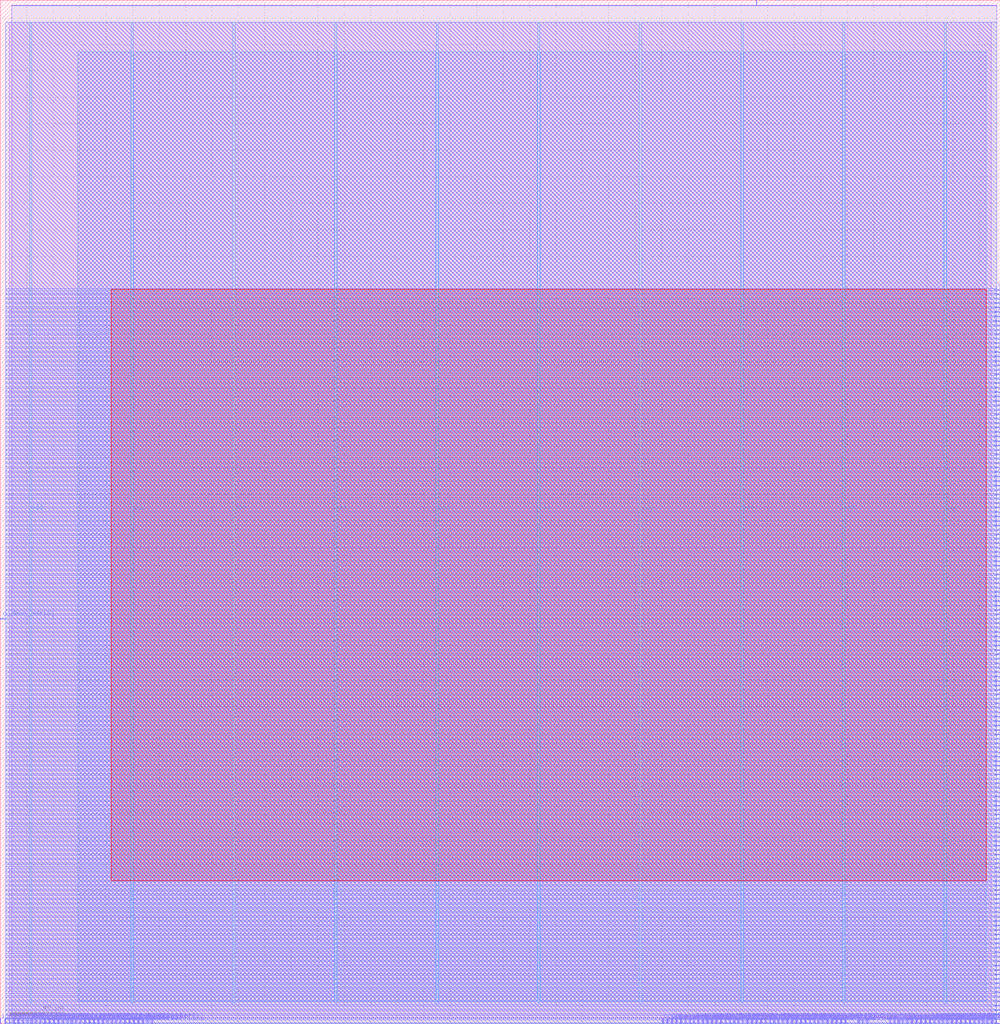
<source format=lef>
VERSION 5.7 ;
  NOWIREEXTENSIONATPIN ON ;
  DIVIDERCHAR "/" ;
  BUSBITCHARS "[]" ;
MACRO serv_rf_top
  CLASS BLOCK ;
  FOREIGN serv_rf_top ;
  ORIGIN 0.000 0.000 ;
  SIZE 755.700 BY 773.620 ;
  PIN clk
    DIRECTION INPUT ;
    USE SIGNAL ;
    ANTENNAGATEAREA 4.738000 ;
    ANTENNADIFFAREA 0.410400 ;
    PORT
      LAYER Metal3 ;
        RECT 751.700 554.400 755.700 554.960 ;
    END
  END clk
  PIN i_dbus_ack
    DIRECTION INPUT ;
    USE SIGNAL ;
    ANTENNAGATEAREA 1.102000 ;
    ANTENNADIFFAREA 0.410400 ;
    PORT
      LAYER Metal3 ;
        RECT 751.700 147.840 755.700 148.400 ;
    END
  END i_dbus_ack
  PIN i_dbus_rdt[0]
    DIRECTION INPUT ;
    USE SIGNAL ;
    ANTENNAGATEAREA 0.741000 ;
    ANTENNADIFFAREA 0.410400 ;
    PORT
      LAYER Metal3 ;
        RECT 751.700 131.040 755.700 131.600 ;
    END
  END i_dbus_rdt[0]
  PIN i_dbus_rdt[10]
    DIRECTION INPUT ;
    USE SIGNAL ;
    ANTENNAGATEAREA 0.498500 ;
    ANTENNADIFFAREA 0.410400 ;
    PORT
      LAYER Metal3 ;
        RECT 751.700 551.040 755.700 551.600 ;
    END
  END i_dbus_rdt[10]
  PIN i_dbus_rdt[11]
    DIRECTION INPUT ;
    USE SIGNAL ;
    ANTENNAGATEAREA 0.498500 ;
    ANTENNADIFFAREA 0.410400 ;
    PORT
      LAYER Metal3 ;
        RECT 751.700 473.760 755.700 474.320 ;
    END
  END i_dbus_rdt[11]
  PIN i_dbus_rdt[12]
    DIRECTION INPUT ;
    USE SIGNAL ;
    ANTENNAGATEAREA 0.498500 ;
    ANTENNADIFFAREA 0.410400 ;
    PORT
      LAYER Metal3 ;
        RECT 751.700 504.000 755.700 504.560 ;
    END
  END i_dbus_rdt[12]
  PIN i_dbus_rdt[13]
    DIRECTION INPUT ;
    USE SIGNAL ;
    ANTENNAGATEAREA 0.741000 ;
    ANTENNADIFFAREA 0.410400 ;
    PORT
      LAYER Metal3 ;
        RECT 751.700 436.800 755.700 437.360 ;
    END
  END i_dbus_rdt[13]
  PIN i_dbus_rdt[14]
    DIRECTION INPUT ;
    USE SIGNAL ;
    ANTENNAGATEAREA 0.741000 ;
    ANTENNADIFFAREA 0.410400 ;
    PORT
      LAYER Metal3 ;
        RECT 751.700 426.720 755.700 427.280 ;
    END
  END i_dbus_rdt[14]
  PIN i_dbus_rdt[15]
    DIRECTION INPUT ;
    USE SIGNAL ;
    ANTENNAGATEAREA 0.741000 ;
    ANTENNADIFFAREA 0.410400 ;
    PORT
      LAYER Metal3 ;
        RECT 751.700 352.800 755.700 353.360 ;
    END
  END i_dbus_rdt[15]
  PIN i_dbus_rdt[16]
    DIRECTION INPUT ;
    USE SIGNAL ;
    ANTENNAGATEAREA 0.741000 ;
    ANTENNADIFFAREA 0.410400 ;
    PORT
      LAYER Metal3 ;
        RECT 751.700 403.200 755.700 403.760 ;
    END
  END i_dbus_rdt[16]
  PIN i_dbus_rdt[17]
    DIRECTION INPUT ;
    USE SIGNAL ;
    ANTENNAGATEAREA 0.741000 ;
    ANTENNADIFFAREA 0.410400 ;
    PORT
      LAYER Metal3 ;
        RECT 751.700 396.480 755.700 397.040 ;
    END
  END i_dbus_rdt[17]
  PIN i_dbus_rdt[18]
    DIRECTION INPUT ;
    USE SIGNAL ;
    ANTENNAGATEAREA 0.741000 ;
    ANTENNADIFFAREA 0.410400 ;
    PORT
      LAYER Metal3 ;
        RECT 751.700 430.080 755.700 430.640 ;
    END
  END i_dbus_rdt[18]
  PIN i_dbus_rdt[19]
    DIRECTION INPUT ;
    USE SIGNAL ;
    ANTENNAGATEAREA 0.741000 ;
    ANTENNADIFFAREA 0.410400 ;
    PORT
      LAYER Metal3 ;
        RECT 751.700 477.120 755.700 477.680 ;
    END
  END i_dbus_rdt[19]
  PIN i_dbus_rdt[1]
    DIRECTION INPUT ;
    USE SIGNAL ;
    ANTENNAGATEAREA 0.741000 ;
    ANTENNADIFFAREA 0.410400 ;
    PORT
      LAYER Metal3 ;
        RECT 751.700 258.720 755.700 259.280 ;
    END
  END i_dbus_rdt[1]
  PIN i_dbus_rdt[20]
    DIRECTION INPUT ;
    USE SIGNAL ;
    ANTENNAGATEAREA 0.498500 ;
    ANTENNADIFFAREA 0.410400 ;
    PORT
      LAYER Metal3 ;
        RECT 751.700 547.680 755.700 548.240 ;
    END
  END i_dbus_rdt[20]
  PIN i_dbus_rdt[21]
    DIRECTION INPUT ;
    USE SIGNAL ;
    ANTENNAGATEAREA 0.741000 ;
    ANTENNADIFFAREA 0.410400 ;
    PORT
      LAYER Metal3 ;
        RECT 751.700 416.640 755.700 417.200 ;
    END
  END i_dbus_rdt[21]
  PIN i_dbus_rdt[22]
    DIRECTION INPUT ;
    USE SIGNAL ;
    ANTENNAGATEAREA 0.741000 ;
    ANTENNADIFFAREA 0.410400 ;
    PORT
      LAYER Metal3 ;
        RECT 751.700 453.600 755.700 454.160 ;
    END
  END i_dbus_rdt[22]
  PIN i_dbus_rdt[23]
    DIRECTION INPUT ;
    USE SIGNAL ;
    ANTENNAGATEAREA 0.741000 ;
    ANTENNADIFFAREA 0.410400 ;
    PORT
      LAYER Metal3 ;
        RECT 751.700 342.720 755.700 343.280 ;
    END
  END i_dbus_rdt[23]
  PIN i_dbus_rdt[24]
    DIRECTION INPUT ;
    USE SIGNAL ;
    ANTENNAGATEAREA 0.498500 ;
    ANTENNADIFFAREA 0.410400 ;
    PORT
      LAYER Metal3 ;
        RECT 751.700 510.720 755.700 511.280 ;
    END
  END i_dbus_rdt[24]
  PIN i_dbus_rdt[25]
    DIRECTION INPUT ;
    USE SIGNAL ;
    ANTENNAGATEAREA 0.741000 ;
    ANTENNADIFFAREA 0.410400 ;
    PORT
      LAYER Metal3 ;
        RECT 751.700 356.160 755.700 356.720 ;
    END
  END i_dbus_rdt[25]
  PIN i_dbus_rdt[26]
    DIRECTION INPUT ;
    USE SIGNAL ;
    ANTENNAGATEAREA 0.741000 ;
    ANTENNADIFFAREA 0.410400 ;
    PORT
      LAYER Metal3 ;
        RECT 751.700 514.080 755.700 514.640 ;
    END
  END i_dbus_rdt[26]
  PIN i_dbus_rdt[27]
    DIRECTION INPUT ;
    USE SIGNAL ;
    ANTENNAGATEAREA 0.741000 ;
    ANTENNADIFFAREA 0.410400 ;
    PORT
      LAYER Metal3 ;
        RECT 751.700 383.040 755.700 383.600 ;
    END
  END i_dbus_rdt[27]
  PIN i_dbus_rdt[28]
    DIRECTION INPUT ;
    USE SIGNAL ;
    ANTENNAGATEAREA 0.741000 ;
    ANTENNADIFFAREA 0.410400 ;
    PORT
      LAYER Metal3 ;
        RECT 751.700 295.680 755.700 296.240 ;
    END
  END i_dbus_rdt[28]
  PIN i_dbus_rdt[29]
    DIRECTION INPUT ;
    USE SIGNAL ;
    ANTENNAGATEAREA 0.498500 ;
    ANTENNADIFFAREA 0.410400 ;
    PORT
      LAYER Metal3 ;
        RECT 751.700 544.320 755.700 544.880 ;
    END
  END i_dbus_rdt[29]
  PIN i_dbus_rdt[2]
    DIRECTION INPUT ;
    USE SIGNAL ;
    ANTENNAGATEAREA 0.741000 ;
    ANTENNADIFFAREA 0.410400 ;
    PORT
      LAYER Metal3 ;
        RECT 751.700 120.960 755.700 121.520 ;
    END
  END i_dbus_rdt[2]
  PIN i_dbus_rdt[30]
    DIRECTION INPUT ;
    USE SIGNAL ;
    ANTENNAGATEAREA 0.498500 ;
    ANTENNADIFFAREA 0.410400 ;
    PORT
      LAYER Metal3 ;
        RECT 751.700 524.160 755.700 524.720 ;
    END
  END i_dbus_rdt[30]
  PIN i_dbus_rdt[31]
    DIRECTION INPUT ;
    USE SIGNAL ;
    ANTENNAGATEAREA 0.741000 ;
    ANTENNADIFFAREA 0.410400 ;
    PORT
      LAYER Metal3 ;
        RECT 751.700 292.320 755.700 292.880 ;
    END
  END i_dbus_rdt[31]
  PIN i_dbus_rdt[3]
    DIRECTION INPUT ;
    USE SIGNAL ;
    ANTENNAGATEAREA 0.741000 ;
    ANTENNADIFFAREA 0.410400 ;
    PORT
      LAYER Metal3 ;
        RECT 751.700 238.560 755.700 239.120 ;
    END
  END i_dbus_rdt[3]
  PIN i_dbus_rdt[4]
    DIRECTION INPUT ;
    USE SIGNAL ;
    ANTENNAGATEAREA 0.741000 ;
    ANTENNADIFFAREA 0.410400 ;
    PORT
      LAYER Metal3 ;
        RECT 751.700 228.480 755.700 229.040 ;
    END
  END i_dbus_rdt[4]
  PIN i_dbus_rdt[5]
    DIRECTION INPUT ;
    USE SIGNAL ;
    ANTENNAGATEAREA 0.741000 ;
    ANTENNADIFFAREA 0.410400 ;
    PORT
      LAYER Metal3 ;
        RECT 751.700 225.120 755.700 225.680 ;
    END
  END i_dbus_rdt[5]
  PIN i_dbus_rdt[6]
    DIRECTION INPUT ;
    USE SIGNAL ;
    ANTENNAGATEAREA 0.498500 ;
    ANTENNADIFFAREA 0.410400 ;
    PORT
      LAYER Metal3 ;
        RECT 751.700 520.800 755.700 521.360 ;
    END
  END i_dbus_rdt[6]
  PIN i_dbus_rdt[7]
    DIRECTION INPUT ;
    USE SIGNAL ;
    ANTENNAGATEAREA 0.741000 ;
    ANTENNADIFFAREA 0.410400 ;
    PORT
      LAYER Metal3 ;
        RECT 751.700 336.000 755.700 336.560 ;
    END
  END i_dbus_rdt[7]
  PIN i_dbus_rdt[8]
    DIRECTION INPUT ;
    USE SIGNAL ;
    ANTENNAGATEAREA 0.741000 ;
    ANTENNADIFFAREA 0.410400 ;
    PORT
      LAYER Metal3 ;
        RECT 751.700 312.480 755.700 313.040 ;
    END
  END i_dbus_rdt[8]
  PIN i_dbus_rdt[9]
    DIRECTION INPUT ;
    USE SIGNAL ;
    ANTENNAGATEAREA 0.741000 ;
    ANTENNADIFFAREA 0.410400 ;
    PORT
      LAYER Metal3 ;
        RECT 751.700 346.080 755.700 346.640 ;
    END
  END i_dbus_rdt[9]
  PIN i_ext_rd[0]
    DIRECTION INPUT ;
    USE SIGNAL ;
    PORT
      LAYER Metal2 ;
        RECT 0.000 0.000 0.560 4.000 ;
    END
  END i_ext_rd[0]
  PIN i_ext_rd[10]
    DIRECTION INPUT ;
    USE SIGNAL ;
    PORT
      LAYER Metal2 ;
        RECT 3.360 0.000 3.920 4.000 ;
    END
  END i_ext_rd[10]
  PIN i_ext_rd[11]
    DIRECTION INPUT ;
    USE SIGNAL ;
    PORT
      LAYER Metal2 ;
        RECT 6.720 0.000 7.280 4.000 ;
    END
  END i_ext_rd[11]
  PIN i_ext_rd[12]
    DIRECTION INPUT ;
    USE SIGNAL ;
    PORT
      LAYER Metal2 ;
        RECT 10.080 0.000 10.640 4.000 ;
    END
  END i_ext_rd[12]
  PIN i_ext_rd[13]
    DIRECTION INPUT ;
    USE SIGNAL ;
    PORT
      LAYER Metal2 ;
        RECT 13.440 0.000 14.000 4.000 ;
    END
  END i_ext_rd[13]
  PIN i_ext_rd[14]
    DIRECTION INPUT ;
    USE SIGNAL ;
    PORT
      LAYER Metal2 ;
        RECT 16.800 0.000 17.360 4.000 ;
    END
  END i_ext_rd[14]
  PIN i_ext_rd[15]
    DIRECTION INPUT ;
    USE SIGNAL ;
    PORT
      LAYER Metal2 ;
        RECT 20.160 0.000 20.720 4.000 ;
    END
  END i_ext_rd[15]
  PIN i_ext_rd[16]
    DIRECTION INPUT ;
    USE SIGNAL ;
    PORT
      LAYER Metal2 ;
        RECT 23.520 0.000 24.080 4.000 ;
    END
  END i_ext_rd[16]
  PIN i_ext_rd[17]
    DIRECTION INPUT ;
    USE SIGNAL ;
    PORT
      LAYER Metal2 ;
        RECT 26.880 0.000 27.440 4.000 ;
    END
  END i_ext_rd[17]
  PIN i_ext_rd[18]
    DIRECTION INPUT ;
    USE SIGNAL ;
    PORT
      LAYER Metal2 ;
        RECT 30.240 0.000 30.800 4.000 ;
    END
  END i_ext_rd[18]
  PIN i_ext_rd[19]
    DIRECTION INPUT ;
    USE SIGNAL ;
    PORT
      LAYER Metal2 ;
        RECT 33.600 0.000 34.160 4.000 ;
    END
  END i_ext_rd[19]
  PIN i_ext_rd[1]
    DIRECTION INPUT ;
    USE SIGNAL ;
    PORT
      LAYER Metal2 ;
        RECT 36.960 0.000 37.520 4.000 ;
    END
  END i_ext_rd[1]
  PIN i_ext_rd[20]
    DIRECTION INPUT ;
    USE SIGNAL ;
    PORT
      LAYER Metal2 ;
        RECT 40.320 0.000 40.880 4.000 ;
    END
  END i_ext_rd[20]
  PIN i_ext_rd[21]
    DIRECTION INPUT ;
    USE SIGNAL ;
    PORT
      LAYER Metal2 ;
        RECT 43.680 0.000 44.240 4.000 ;
    END
  END i_ext_rd[21]
  PIN i_ext_rd[22]
    DIRECTION INPUT ;
    USE SIGNAL ;
    PORT
      LAYER Metal2 ;
        RECT 47.040 0.000 47.600 4.000 ;
    END
  END i_ext_rd[22]
  PIN i_ext_rd[23]
    DIRECTION INPUT ;
    USE SIGNAL ;
    PORT
      LAYER Metal2 ;
        RECT 50.400 0.000 50.960 4.000 ;
    END
  END i_ext_rd[23]
  PIN i_ext_rd[24]
    DIRECTION INPUT ;
    USE SIGNAL ;
    PORT
      LAYER Metal2 ;
        RECT 53.760 0.000 54.320 4.000 ;
    END
  END i_ext_rd[24]
  PIN i_ext_rd[25]
    DIRECTION INPUT ;
    USE SIGNAL ;
    PORT
      LAYER Metal2 ;
        RECT 57.120 0.000 57.680 4.000 ;
    END
  END i_ext_rd[25]
  PIN i_ext_rd[26]
    DIRECTION INPUT ;
    USE SIGNAL ;
    PORT
      LAYER Metal2 ;
        RECT 60.480 0.000 61.040 4.000 ;
    END
  END i_ext_rd[26]
  PIN i_ext_rd[27]
    DIRECTION INPUT ;
    USE SIGNAL ;
    PORT
      LAYER Metal2 ;
        RECT 63.840 0.000 64.400 4.000 ;
    END
  END i_ext_rd[27]
  PIN i_ext_rd[28]
    DIRECTION INPUT ;
    USE SIGNAL ;
    PORT
      LAYER Metal2 ;
        RECT 67.200 0.000 67.760 4.000 ;
    END
  END i_ext_rd[28]
  PIN i_ext_rd[29]
    DIRECTION INPUT ;
    USE SIGNAL ;
    PORT
      LAYER Metal2 ;
        RECT 70.560 0.000 71.120 4.000 ;
    END
  END i_ext_rd[29]
  PIN i_ext_rd[2]
    DIRECTION INPUT ;
    USE SIGNAL ;
    PORT
      LAYER Metal2 ;
        RECT 73.920 0.000 74.480 4.000 ;
    END
  END i_ext_rd[2]
  PIN i_ext_rd[30]
    DIRECTION INPUT ;
    USE SIGNAL ;
    PORT
      LAYER Metal2 ;
        RECT 77.280 0.000 77.840 4.000 ;
    END
  END i_ext_rd[30]
  PIN i_ext_rd[31]
    DIRECTION INPUT ;
    USE SIGNAL ;
    PORT
      LAYER Metal2 ;
        RECT 80.640 0.000 81.200 4.000 ;
    END
  END i_ext_rd[31]
  PIN i_ext_rd[3]
    DIRECTION INPUT ;
    USE SIGNAL ;
    PORT
      LAYER Metal2 ;
        RECT 84.000 0.000 84.560 4.000 ;
    END
  END i_ext_rd[3]
  PIN i_ext_rd[4]
    DIRECTION INPUT ;
    USE SIGNAL ;
    PORT
      LAYER Metal2 ;
        RECT 87.360 0.000 87.920 4.000 ;
    END
  END i_ext_rd[4]
  PIN i_ext_rd[5]
    DIRECTION INPUT ;
    USE SIGNAL ;
    PORT
      LAYER Metal2 ;
        RECT 90.720 0.000 91.280 4.000 ;
    END
  END i_ext_rd[5]
  PIN i_ext_rd[6]
    DIRECTION INPUT ;
    USE SIGNAL ;
    PORT
      LAYER Metal2 ;
        RECT 94.080 0.000 94.640 4.000 ;
    END
  END i_ext_rd[6]
  PIN i_ext_rd[7]
    DIRECTION INPUT ;
    USE SIGNAL ;
    PORT
      LAYER Metal2 ;
        RECT 97.440 0.000 98.000 4.000 ;
    END
  END i_ext_rd[7]
  PIN i_ext_rd[8]
    DIRECTION INPUT ;
    USE SIGNAL ;
    PORT
      LAYER Metal2 ;
        RECT 100.800 0.000 101.360 4.000 ;
    END
  END i_ext_rd[8]
  PIN i_ext_rd[9]
    DIRECTION INPUT ;
    USE SIGNAL ;
    PORT
      LAYER Metal2 ;
        RECT 104.160 0.000 104.720 4.000 ;
    END
  END i_ext_rd[9]
  PIN i_ext_ready
    DIRECTION INPUT ;
    USE SIGNAL ;
    PORT
      LAYER Metal2 ;
        RECT 107.520 0.000 108.080 4.000 ;
    END
  END i_ext_ready
  PIN i_ibus_ack
    DIRECTION INPUT ;
    USE SIGNAL ;
    ANTENNAGATEAREA 0.726000 ;
    ANTENNADIFFAREA 0.410400 ;
    PORT
      LAYER Metal3 ;
        RECT 751.700 181.440 755.700 182.000 ;
    END
  END i_ibus_ack
  PIN i_ibus_rdt[0]
    DIRECTION INPUT ;
    USE SIGNAL ;
    PORT
      LAYER Metal2 ;
        RECT 110.880 0.000 111.440 4.000 ;
    END
  END i_ibus_rdt[0]
  PIN i_ibus_rdt[10]
    DIRECTION INPUT ;
    USE SIGNAL ;
    ANTENNAGATEAREA 0.741000 ;
    ANTENNADIFFAREA 0.410400 ;
    PORT
      LAYER Metal3 ;
        RECT 751.700 208.320 755.700 208.880 ;
    END
  END i_ibus_rdt[10]
  PIN i_ibus_rdt[11]
    DIRECTION INPUT ;
    USE SIGNAL ;
    ANTENNAGATEAREA 0.498500 ;
    ANTENNADIFFAREA 0.410400 ;
    PORT
      LAYER Metal3 ;
        RECT 751.700 191.520 755.700 192.080 ;
    END
  END i_ibus_rdt[11]
  PIN i_ibus_rdt[12]
    DIRECTION INPUT ;
    USE SIGNAL ;
    ANTENNAGATEAREA 0.741000 ;
    ANTENNADIFFAREA 0.410400 ;
    PORT
      LAYER Metal3 ;
        RECT 751.700 278.880 755.700 279.440 ;
    END
  END i_ibus_rdt[12]
  PIN i_ibus_rdt[13]
    DIRECTION INPUT ;
    USE SIGNAL ;
    ANTENNAGATEAREA 0.741000 ;
    ANTENNADIFFAREA 0.410400 ;
    PORT
      LAYER Metal3 ;
        RECT 751.700 268.800 755.700 269.360 ;
    END
  END i_ibus_rdt[13]
  PIN i_ibus_rdt[14]
    DIRECTION INPUT ;
    USE SIGNAL ;
    ANTENNAGATEAREA 0.741000 ;
    ANTENNADIFFAREA 0.410400 ;
    PORT
      LAYER Metal3 ;
        RECT 751.700 262.080 755.700 262.640 ;
    END
  END i_ibus_rdt[14]
  PIN i_ibus_rdt[15]
    DIRECTION INPUT ;
    USE SIGNAL ;
    ANTENNAGATEAREA 0.741000 ;
    ANTENNADIFFAREA 0.410400 ;
    PORT
      LAYER Metal3 ;
        RECT 751.700 285.600 755.700 286.160 ;
    END
  END i_ibus_rdt[15]
  PIN i_ibus_rdt[16]
    DIRECTION INPUT ;
    USE SIGNAL ;
    ANTENNAGATEAREA 0.498500 ;
    ANTENNADIFFAREA 0.410400 ;
    PORT
      LAYER Metal3 ;
        RECT 751.700 325.920 755.700 326.480 ;
    END
  END i_ibus_rdt[16]
  PIN i_ibus_rdt[17]
    DIRECTION INPUT ;
    USE SIGNAL ;
    ANTENNAGATEAREA 0.741000 ;
    ANTENNADIFFAREA 0.410400 ;
    PORT
      LAYER Metal3 ;
        RECT 751.700 255.360 755.700 255.920 ;
    END
  END i_ibus_rdt[17]
  PIN i_ibus_rdt[18]
    DIRECTION INPUT ;
    USE SIGNAL ;
    ANTENNAGATEAREA 0.498500 ;
    ANTENNADIFFAREA 0.410400 ;
    PORT
      LAYER Metal3 ;
        RECT 751.700 124.320 755.700 124.880 ;
    END
  END i_ibus_rdt[18]
  PIN i_ibus_rdt[19]
    DIRECTION INPUT ;
    USE SIGNAL ;
    ANTENNAGATEAREA 0.498500 ;
    ANTENNADIFFAREA 0.410400 ;
    PORT
      LAYER Metal3 ;
        RECT 751.700 134.400 755.700 134.960 ;
    END
  END i_ibus_rdt[19]
  PIN i_ibus_rdt[1]
    DIRECTION INPUT ;
    USE SIGNAL ;
    PORT
      LAYER Metal2 ;
        RECT 114.240 0.000 114.800 4.000 ;
    END
  END i_ibus_rdt[1]
  PIN i_ibus_rdt[20]
    DIRECTION INPUT ;
    USE SIGNAL ;
    ANTENNAGATEAREA 0.498500 ;
    ANTENNADIFFAREA 0.410400 ;
    PORT
      LAYER Metal2 ;
        RECT 688.800 0.000 689.360 4.000 ;
    END
  END i_ibus_rdt[20]
  PIN i_ibus_rdt[21]
    DIRECTION INPUT ;
    USE SIGNAL ;
    ANTENNAGATEAREA 0.741000 ;
    ANTENNADIFFAREA 0.410400 ;
    PORT
      LAYER Metal3 ;
        RECT 751.700 194.880 755.700 195.440 ;
    END
  END i_ibus_rdt[21]
  PIN i_ibus_rdt[22]
    DIRECTION INPUT ;
    USE SIGNAL ;
    ANTENNAGATEAREA 0.726000 ;
    ANTENNADIFFAREA 0.410400 ;
    PORT
      LAYER Metal2 ;
        RECT 745.920 0.000 746.480 4.000 ;
    END
  END i_ibus_rdt[22]
  PIN i_ibus_rdt[23]
    DIRECTION INPUT ;
    USE SIGNAL ;
    ANTENNAGATEAREA 0.498500 ;
    ANTENNADIFFAREA 0.410400 ;
    PORT
      LAYER Metal3 ;
        RECT 751.700 161.280 755.700 161.840 ;
    END
  END i_ibus_rdt[23]
  PIN i_ibus_rdt[24]
    DIRECTION INPUT ;
    USE SIGNAL ;
    ANTENNAGATEAREA 0.498500 ;
    ANTENNADIFFAREA 0.410400 ;
    PORT
      LAYER Metal3 ;
        RECT 751.700 171.360 755.700 171.920 ;
    END
  END i_ibus_rdt[24]
  PIN i_ibus_rdt[25]
    DIRECTION INPUT ;
    USE SIGNAL ;
    ANTENNAGATEAREA 0.498500 ;
    ANTENNADIFFAREA 0.410400 ;
    PORT
      LAYER Metal2 ;
        RECT 749.280 0.000 749.840 4.000 ;
    END
  END i_ibus_rdt[25]
  PIN i_ibus_rdt[26]
    DIRECTION INPUT ;
    USE SIGNAL ;
    ANTENNAGATEAREA 0.741000 ;
    ANTENNADIFFAREA 0.410400 ;
    PORT
      LAYER Metal2 ;
        RECT 678.720 0.000 679.280 4.000 ;
    END
  END i_ibus_rdt[26]
  PIN i_ibus_rdt[27]
    DIRECTION INPUT ;
    USE SIGNAL ;
    ANTENNAGATEAREA 0.498500 ;
    ANTENNADIFFAREA 0.410400 ;
    PORT
      LAYER Metal2 ;
        RECT 729.120 0.000 729.680 4.000 ;
    END
  END i_ibus_rdt[27]
  PIN i_ibus_rdt[28]
    DIRECTION INPUT ;
    USE SIGNAL ;
    ANTENNAGATEAREA 0.498500 ;
    ANTENNADIFFAREA 0.410400 ;
    PORT
      LAYER Metal2 ;
        RECT 735.840 0.000 736.400 4.000 ;
    END
  END i_ibus_rdt[28]
  PIN i_ibus_rdt[29]
    DIRECTION INPUT ;
    USE SIGNAL ;
    ANTENNAGATEAREA 0.498500 ;
    ANTENNADIFFAREA 0.410400 ;
    PORT
      LAYER Metal2 ;
        RECT 739.200 0.000 739.760 4.000 ;
    END
  END i_ibus_rdt[29]
  PIN i_ibus_rdt[2]
    DIRECTION INPUT ;
    USE SIGNAL ;
    ANTENNAGATEAREA 0.498500 ;
    ANTENNADIFFAREA 0.410400 ;
    PORT
      LAYER Metal2 ;
        RECT 685.440 0.000 686.000 4.000 ;
    END
  END i_ibus_rdt[2]
  PIN i_ibus_rdt[30]
    DIRECTION INPUT ;
    USE SIGNAL ;
    ANTENNAGATEAREA 0.498500 ;
    ANTENNADIFFAREA 0.410400 ;
    PORT
      LAYER Metal2 ;
        RECT 732.480 0.000 733.040 4.000 ;
    END
  END i_ibus_rdt[30]
  PIN i_ibus_rdt[31]
    DIRECTION INPUT ;
    USE SIGNAL ;
    ANTENNAGATEAREA 0.741000 ;
    ANTENNADIFFAREA 0.410400 ;
    PORT
      LAYER Metal3 ;
        RECT 751.700 164.640 755.700 165.200 ;
    END
  END i_ibus_rdt[31]
  PIN i_ibus_rdt[3]
    DIRECTION INPUT ;
    USE SIGNAL ;
    ANTENNAGATEAREA 0.741000 ;
    ANTENNADIFFAREA 0.410400 ;
    PORT
      LAYER Metal3 ;
        RECT 751.700 288.960 755.700 289.520 ;
    END
  END i_ibus_rdt[3]
  PIN i_ibus_rdt[4]
    DIRECTION INPUT ;
    USE SIGNAL ;
    ANTENNAGATEAREA 0.741000 ;
    ANTENNADIFFAREA 0.410400 ;
    PORT
      LAYER Metal3 ;
        RECT 751.700 218.400 755.700 218.960 ;
    END
  END i_ibus_rdt[4]
  PIN i_ibus_rdt[5]
    DIRECTION INPUT ;
    USE SIGNAL ;
    ANTENNAGATEAREA 0.741000 ;
    ANTENNADIFFAREA 0.410400 ;
    PORT
      LAYER Metal3 ;
        RECT 751.700 188.160 755.700 188.720 ;
    END
  END i_ibus_rdt[5]
  PIN i_ibus_rdt[6]
    DIRECTION INPUT ;
    USE SIGNAL ;
    ANTENNAGATEAREA 0.741000 ;
    ANTENNADIFFAREA 0.410400 ;
    PORT
      LAYER Metal3 ;
        RECT 751.700 231.840 755.700 232.400 ;
    END
  END i_ibus_rdt[6]
  PIN i_ibus_rdt[7]
    DIRECTION INPUT ;
    USE SIGNAL ;
    ANTENNAGATEAREA 0.741000 ;
    ANTENNADIFFAREA 0.410400 ;
    PORT
      LAYER Metal3 ;
        RECT 751.700 201.600 755.700 202.160 ;
    END
  END i_ibus_rdt[7]
  PIN i_ibus_rdt[8]
    DIRECTION INPUT ;
    USE SIGNAL ;
    ANTENNAGATEAREA 0.741000 ;
    ANTENNADIFFAREA 0.410400 ;
    PORT
      LAYER Metal3 ;
        RECT 751.700 198.240 755.700 198.800 ;
    END
  END i_ibus_rdt[8]
  PIN i_ibus_rdt[9]
    DIRECTION INPUT ;
    USE SIGNAL ;
    ANTENNAGATEAREA 0.741000 ;
    ANTENNADIFFAREA 0.410400 ;
    PORT
      LAYER Metal3 ;
        RECT 751.700 211.680 755.700 212.240 ;
    END
  END i_ibus_rdt[9]
  PIN i_rst
    DIRECTION INPUT ;
    USE SIGNAL ;
    ANTENNAGATEAREA 0.726000 ;
    ANTENNADIFFAREA 0.410400 ;
    PORT
      LAYER Metal2 ;
        RECT 752.640 0.000 753.200 4.000 ;
    END
  END i_rst
  PIN i_timer_irq
    DIRECTION INPUT ;
    USE SIGNAL ;
    ANTENNAGATEAREA 0.741000 ;
    ANTENNADIFFAREA 0.410400 ;
    PORT
      LAYER Metal2 ;
        RECT 712.320 0.000 712.880 4.000 ;
    END
  END i_timer_irq
  PIN o_dbus_adr[0]
    DIRECTION OUTPUT TRISTATE ;
    USE SIGNAL ;
    ANTENNADIFFAREA 0.360800 ;
    PORT
      LAYER Metal3 ;
        RECT 0.000 305.760 4.000 306.320 ;
    END
  END o_dbus_adr[0]
  PIN o_dbus_adr[10]
    DIRECTION OUTPUT TRISTATE ;
    USE SIGNAL ;
    ANTENNADIFFAREA 4.731200 ;
    PORT
      LAYER Metal2 ;
        RECT 722.400 0.000 722.960 4.000 ;
    END
  END o_dbus_adr[10]
  PIN o_dbus_adr[11]
    DIRECTION OUTPUT TRISTATE ;
    USE SIGNAL ;
    ANTENNADIFFAREA 4.731200 ;
    PORT
      LAYER Metal2 ;
        RECT 698.880 0.000 699.440 4.000 ;
    END
  END o_dbus_adr[11]
  PIN o_dbus_adr[12]
    DIRECTION OUTPUT TRISTATE ;
    USE SIGNAL ;
    ANTENNADIFFAREA 4.731200 ;
    PORT
      LAYER Metal2 ;
        RECT 719.040 0.000 719.600 4.000 ;
    END
  END o_dbus_adr[12]
  PIN o_dbus_adr[13]
    DIRECTION OUTPUT TRISTATE ;
    USE SIGNAL ;
    ANTENNADIFFAREA 4.731200 ;
    PORT
      LAYER Metal2 ;
        RECT 695.520 0.000 696.080 4.000 ;
    END
  END o_dbus_adr[13]
  PIN o_dbus_adr[14]
    DIRECTION OUTPUT TRISTATE ;
    USE SIGNAL ;
    ANTENNADIFFAREA 4.731200 ;
    PORT
      LAYER Metal2 ;
        RECT 708.960 0.000 709.520 4.000 ;
    END
  END o_dbus_adr[14]
  PIN o_dbus_adr[15]
    DIRECTION OUTPUT TRISTATE ;
    USE SIGNAL ;
    ANTENNADIFFAREA 4.731200 ;
    PORT
      LAYER Metal2 ;
        RECT 705.600 0.000 706.160 4.000 ;
    END
  END o_dbus_adr[15]
  PIN o_dbus_adr[16]
    DIRECTION OUTPUT TRISTATE ;
    USE SIGNAL ;
    ANTENNADIFFAREA 4.731200 ;
    PORT
      LAYER Metal2 ;
        RECT 692.160 0.000 692.720 4.000 ;
    END
  END o_dbus_adr[16]
  PIN o_dbus_adr[17]
    DIRECTION OUTPUT TRISTATE ;
    USE SIGNAL ;
    ANTENNADIFFAREA 4.731200 ;
    PORT
      LAYER Metal2 ;
        RECT 715.680 0.000 716.240 4.000 ;
    END
  END o_dbus_adr[17]
  PIN o_dbus_adr[18]
    DIRECTION OUTPUT TRISTATE ;
    USE SIGNAL ;
    ANTENNADIFFAREA 4.731200 ;
    PORT
      LAYER Metal2 ;
        RECT 725.760 0.000 726.320 4.000 ;
    END
  END o_dbus_adr[18]
  PIN o_dbus_adr[19]
    DIRECTION OUTPUT TRISTATE ;
    USE SIGNAL ;
    ANTENNADIFFAREA 4.731200 ;
    PORT
      LAYER Metal2 ;
        RECT 702.240 0.000 702.800 4.000 ;
    END
  END o_dbus_adr[19]
  PIN o_dbus_adr[1]
    DIRECTION OUTPUT TRISTATE ;
    USE SIGNAL ;
    ANTENNADIFFAREA 0.360800 ;
    PORT
      LAYER Metal3 ;
        RECT 751.700 446.880 755.700 447.440 ;
    END
  END o_dbus_adr[1]
  PIN o_dbus_adr[20]
    DIRECTION OUTPUT TRISTATE ;
    USE SIGNAL ;
    ANTENNADIFFAREA 4.731200 ;
    PORT
      LAYER Metal2 ;
        RECT 682.080 0.000 682.640 4.000 ;
    END
  END o_dbus_adr[20]
  PIN o_dbus_adr[21]
    DIRECTION OUTPUT TRISTATE ;
    USE SIGNAL ;
    ANTENNADIFFAREA 4.731200 ;
    PORT
      LAYER Metal2 ;
        RECT 742.560 0.000 743.120 4.000 ;
    END
  END o_dbus_adr[21]
  PIN o_dbus_adr[22]
    DIRECTION OUTPUT TRISTATE ;
    USE SIGNAL ;
    ANTENNADIFFAREA 4.731200 ;
    PORT
      LAYER Metal2 ;
        RECT 524.160 0.000 524.720 4.000 ;
    END
  END o_dbus_adr[22]
  PIN o_dbus_adr[23]
    DIRECTION OUTPUT TRISTATE ;
    USE SIGNAL ;
    ANTENNADIFFAREA 4.731200 ;
    PORT
      LAYER Metal2 ;
        RECT 500.640 0.000 501.200 4.000 ;
    END
  END o_dbus_adr[23]
  PIN o_dbus_adr[24]
    DIRECTION OUTPUT TRISTATE ;
    USE SIGNAL ;
    ANTENNADIFFAREA 4.731200 ;
    PORT
      LAYER Metal2 ;
        RECT 504.000 0.000 504.560 4.000 ;
    END
  END o_dbus_adr[24]
  PIN o_dbus_adr[25]
    DIRECTION OUTPUT TRISTATE ;
    USE SIGNAL ;
    ANTENNADIFFAREA 4.731200 ;
    PORT
      LAYER Metal2 ;
        RECT 517.440 0.000 518.000 4.000 ;
    END
  END o_dbus_adr[25]
  PIN o_dbus_adr[26]
    DIRECTION OUTPUT TRISTATE ;
    USE SIGNAL ;
    ANTENNADIFFAREA 4.731200 ;
    PORT
      LAYER Metal2 ;
        RECT 672.000 0.000 672.560 4.000 ;
    END
  END o_dbus_adr[26]
  PIN o_dbus_adr[27]
    DIRECTION OUTPUT TRISTATE ;
    USE SIGNAL ;
    ANTENNADIFFAREA 4.731200 ;
    PORT
      LAYER Metal2 ;
        RECT 675.360 0.000 675.920 4.000 ;
    END
  END o_dbus_adr[27]
  PIN o_dbus_adr[28]
    DIRECTION OUTPUT TRISTATE ;
    USE SIGNAL ;
    ANTENNADIFFAREA 4.731200 ;
    PORT
      LAYER Metal2 ;
        RECT 551.040 0.000 551.600 4.000 ;
    END
  END o_dbus_adr[28]
  PIN o_dbus_adr[29]
    DIRECTION OUTPUT TRISTATE ;
    USE SIGNAL ;
    ANTENNADIFFAREA 4.731200 ;
    PORT
      LAYER Metal2 ;
        RECT 567.840 0.000 568.400 4.000 ;
    END
  END o_dbus_adr[29]
  PIN o_dbus_adr[2]
    DIRECTION OUTPUT TRISTATE ;
    USE SIGNAL ;
    ANTENNADIFFAREA 4.731200 ;
    PORT
      LAYER Metal3 ;
        RECT 751.700 0.000 755.700 0.560 ;
    END
  END o_dbus_adr[2]
  PIN o_dbus_adr[30]
    DIRECTION OUTPUT TRISTATE ;
    USE SIGNAL ;
    ANTENNADIFFAREA 4.731200 ;
    PORT
      LAYER Metal2 ;
        RECT 574.560 0.000 575.120 4.000 ;
    END
  END o_dbus_adr[30]
  PIN o_dbus_adr[31]
    DIRECTION OUTPUT TRISTATE ;
    USE SIGNAL ;
    ANTENNADIFFAREA 4.731200 ;
    PORT
      LAYER Metal2 ;
        RECT 588.000 0.000 588.560 4.000 ;
    END
  END o_dbus_adr[31]
  PIN o_dbus_adr[3]
    DIRECTION OUTPUT TRISTATE ;
    USE SIGNAL ;
    ANTENNADIFFAREA 4.731200 ;
    PORT
      LAYER Metal3 ;
        RECT 751.700 13.440 755.700 14.000 ;
    END
  END o_dbus_adr[3]
  PIN o_dbus_adr[4]
    DIRECTION OUTPUT TRISTATE ;
    USE SIGNAL ;
    ANTENNADIFFAREA 4.731200 ;
    PORT
      LAYER Metal2 ;
        RECT 618.240 0.000 618.800 4.000 ;
    END
  END o_dbus_adr[4]
  PIN o_dbus_adr[5]
    DIRECTION OUTPUT TRISTATE ;
    USE SIGNAL ;
    ANTENNADIFFAREA 4.731200 ;
    PORT
      LAYER Metal2 ;
        RECT 598.080 0.000 598.640 4.000 ;
    END
  END o_dbus_adr[5]
  PIN o_dbus_adr[6]
    DIRECTION OUTPUT TRISTATE ;
    USE SIGNAL ;
    ANTENNADIFFAREA 4.731200 ;
    PORT
      LAYER Metal2 ;
        RECT 611.520 0.000 612.080 4.000 ;
    END
  END o_dbus_adr[6]
  PIN o_dbus_adr[7]
    DIRECTION OUTPUT TRISTATE ;
    USE SIGNAL ;
    ANTENNADIFFAREA 4.731200 ;
    PORT
      LAYER Metal2 ;
        RECT 638.400 0.000 638.960 4.000 ;
    END
  END o_dbus_adr[7]
  PIN o_dbus_adr[8]
    DIRECTION OUTPUT TRISTATE ;
    USE SIGNAL ;
    ANTENNADIFFAREA 4.731200 ;
    PORT
      LAYER Metal2 ;
        RECT 635.040 0.000 635.600 4.000 ;
    END
  END o_dbus_adr[8]
  PIN o_dbus_adr[9]
    DIRECTION OUTPUT TRISTATE ;
    USE SIGNAL ;
    ANTENNADIFFAREA 4.731200 ;
    PORT
      LAYER Metal2 ;
        RECT 621.600 0.000 622.160 4.000 ;
    END
  END o_dbus_adr[9]
  PIN o_dbus_cyc
    DIRECTION OUTPUT TRISTATE ;
    USE SIGNAL ;
    ANTENNADIFFAREA 4.731200 ;
    PORT
      LAYER Metal3 ;
        RECT 751.700 204.960 755.700 205.520 ;
    END
  END o_dbus_cyc
  PIN o_dbus_dat[0]
    DIRECTION OUTPUT TRISTATE ;
    USE SIGNAL ;
    ANTENNADIFFAREA 4.731200 ;
    PORT
      LAYER Metal3 ;
        RECT 751.700 137.760 755.700 138.320 ;
    END
  END o_dbus_dat[0]
  PIN o_dbus_dat[10]
    DIRECTION OUTPUT TRISTATE ;
    USE SIGNAL ;
    ANTENNADIFFAREA 4.731200 ;
    PORT
      LAYER Metal3 ;
        RECT 751.700 480.480 755.700 481.040 ;
    END
  END o_dbus_dat[10]
  PIN o_dbus_dat[11]
    DIRECTION OUTPUT TRISTATE ;
    USE SIGNAL ;
    ANTENNADIFFAREA 4.731200 ;
    PORT
      LAYER Metal3 ;
        RECT 751.700 322.560 755.700 323.120 ;
    END
  END o_dbus_dat[11]
  PIN o_dbus_dat[12]
    DIRECTION OUTPUT TRISTATE ;
    USE SIGNAL ;
    ANTENNADIFFAREA 4.731200 ;
    PORT
      LAYER Metal3 ;
        RECT 751.700 393.120 755.700 393.680 ;
    END
  END o_dbus_dat[12]
  PIN o_dbus_dat[13]
    DIRECTION OUTPUT TRISTATE ;
    USE SIGNAL ;
    ANTENNADIFFAREA 4.731200 ;
    PORT
      LAYER Metal3 ;
        RECT 751.700 359.520 755.700 360.080 ;
    END
  END o_dbus_dat[13]
  PIN o_dbus_dat[14]
    DIRECTION OUTPUT TRISTATE ;
    USE SIGNAL ;
    ANTENNADIFFAREA 4.731200 ;
    PORT
      LAYER Metal3 ;
        RECT 751.700 409.920 755.700 410.480 ;
    END
  END o_dbus_dat[14]
  PIN o_dbus_dat[15]
    DIRECTION OUTPUT TRISTATE ;
    USE SIGNAL ;
    ANTENNADIFFAREA 4.731200 ;
    PORT
      LAYER Metal3 ;
        RECT 751.700 470.400 755.700 470.960 ;
    END
  END o_dbus_dat[15]
  PIN o_dbus_dat[16]
    DIRECTION OUTPUT TRISTATE ;
    USE SIGNAL ;
    ANTENNADIFFAREA 4.731200 ;
    PORT
      LAYER Metal3 ;
        RECT 751.700 487.200 755.700 487.760 ;
    END
  END o_dbus_dat[16]
  PIN o_dbus_dat[17]
    DIRECTION OUTPUT TRISTATE ;
    USE SIGNAL ;
    ANTENNADIFFAREA 4.731200 ;
    PORT
      LAYER Metal3 ;
        RECT 751.700 386.400 755.700 386.960 ;
    END
  END o_dbus_dat[17]
  PIN o_dbus_dat[18]
    DIRECTION OUTPUT TRISTATE ;
    USE SIGNAL ;
    ANTENNADIFFAREA 4.731200 ;
    PORT
      LAYER Metal3 ;
        RECT 751.700 467.040 755.700 467.600 ;
    END
  END o_dbus_dat[18]
  PIN o_dbus_dat[19]
    DIRECTION OUTPUT TRISTATE ;
    USE SIGNAL ;
    ANTENNADIFFAREA 4.731200 ;
    PORT
      LAYER Metal3 ;
        RECT 751.700 420.000 755.700 420.560 ;
    END
  END o_dbus_dat[19]
  PIN o_dbus_dat[1]
    DIRECTION OUTPUT TRISTATE ;
    USE SIGNAL ;
    ANTENNADIFFAREA 4.731200 ;
    PORT
      LAYER Metal3 ;
        RECT 751.700 275.520 755.700 276.080 ;
    END
  END o_dbus_dat[1]
  PIN o_dbus_dat[20]
    DIRECTION OUTPUT TRISTATE ;
    USE SIGNAL ;
    ANTENNADIFFAREA 4.731200 ;
    PORT
      LAYER Metal3 ;
        RECT 751.700 369.600 755.700 370.160 ;
    END
  END o_dbus_dat[20]
  PIN o_dbus_dat[21]
    DIRECTION OUTPUT TRISTATE ;
    USE SIGNAL ;
    ANTENNADIFFAREA 4.731200 ;
    PORT
      LAYER Metal3 ;
        RECT 751.700 379.680 755.700 380.240 ;
    END
  END o_dbus_dat[21]
  PIN o_dbus_dat[22]
    DIRECTION OUTPUT TRISTATE ;
    USE SIGNAL ;
    ANTENNADIFFAREA 4.731200 ;
    PORT
      LAYER Metal3 ;
        RECT 751.700 349.440 755.700 350.000 ;
    END
  END o_dbus_dat[22]
  PIN o_dbus_dat[23]
    DIRECTION OUTPUT TRISTATE ;
    USE SIGNAL ;
    ANTENNADIFFAREA 4.731200 ;
    PORT
      LAYER Metal3 ;
        RECT 751.700 362.880 755.700 363.440 ;
    END
  END o_dbus_dat[23]
  PIN o_dbus_dat[24]
    DIRECTION OUTPUT TRISTATE ;
    USE SIGNAL ;
    ANTENNADIFFAREA 4.731200 ;
    PORT
      LAYER Metal3 ;
        RECT 751.700 433.440 755.700 434.000 ;
    END
  END o_dbus_dat[24]
  PIN o_dbus_dat[25]
    DIRECTION OUTPUT TRISTATE ;
    USE SIGNAL ;
    ANTENNADIFFAREA 4.731200 ;
    PORT
      LAYER Metal3 ;
        RECT 751.700 376.320 755.700 376.880 ;
    END
  END o_dbus_dat[25]
  PIN o_dbus_dat[26]
    DIRECTION OUTPUT TRISTATE ;
    USE SIGNAL ;
    ANTENNADIFFAREA 4.731200 ;
    PORT
      LAYER Metal3 ;
        RECT 751.700 389.760 755.700 390.320 ;
    END
  END o_dbus_dat[26]
  PIN o_dbus_dat[27]
    DIRECTION OUTPUT TRISTATE ;
    USE SIGNAL ;
    ANTENNADIFFAREA 4.731200 ;
    PORT
      LAYER Metal3 ;
        RECT 751.700 329.280 755.700 329.840 ;
    END
  END o_dbus_dat[27]
  PIN o_dbus_dat[28]
    DIRECTION OUTPUT TRISTATE ;
    USE SIGNAL ;
    ANTENNADIFFAREA 4.731200 ;
    PORT
      LAYER Metal3 ;
        RECT 751.700 537.600 755.700 538.160 ;
    END
  END o_dbus_dat[28]
  PIN o_dbus_dat[29]
    DIRECTION OUTPUT TRISTATE ;
    USE SIGNAL ;
    ANTENNADIFFAREA 4.731200 ;
    PORT
      LAYER Metal3 ;
        RECT 751.700 413.280 755.700 413.840 ;
    END
  END o_dbus_dat[29]
  PIN o_dbus_dat[2]
    DIRECTION OUTPUT TRISTATE ;
    USE SIGNAL ;
    ANTENNADIFFAREA 4.731200 ;
    PORT
      LAYER Metal3 ;
        RECT 751.700 144.480 755.700 145.040 ;
    END
  END o_dbus_dat[2]
  PIN o_dbus_dat[30]
    DIRECTION OUTPUT TRISTATE ;
    USE SIGNAL ;
    ANTENNADIFFAREA 4.731200 ;
    PORT
      LAYER Metal3 ;
        RECT 751.700 315.840 755.700 316.400 ;
    END
  END o_dbus_dat[30]
  PIN o_dbus_dat[31]
    DIRECTION OUTPUT TRISTATE ;
    USE SIGNAL ;
    ANTENNADIFFAREA 4.731200 ;
    PORT
      LAYER Metal3 ;
        RECT 751.700 302.400 755.700 302.960 ;
    END
  END o_dbus_dat[31]
  PIN o_dbus_dat[3]
    DIRECTION OUTPUT TRISTATE ;
    USE SIGNAL ;
    ANTENNADIFFAREA 4.731200 ;
    PORT
      LAYER Metal3 ;
        RECT 751.700 235.200 755.700 235.760 ;
    END
  END o_dbus_dat[3]
  PIN o_dbus_dat[4]
    DIRECTION OUTPUT TRISTATE ;
    USE SIGNAL ;
    ANTENNADIFFAREA 4.731200 ;
    PORT
      LAYER Metal3 ;
        RECT 751.700 174.720 755.700 175.280 ;
    END
  END o_dbus_dat[4]
  PIN o_dbus_dat[5]
    DIRECTION OUTPUT TRISTATE ;
    USE SIGNAL ;
    ANTENNADIFFAREA 4.731200 ;
    PORT
      LAYER Metal3 ;
        RECT 751.700 215.040 755.700 215.600 ;
    END
  END o_dbus_dat[5]
  PIN o_dbus_dat[6]
    DIRECTION OUTPUT TRISTATE ;
    USE SIGNAL ;
    ANTENNADIFFAREA 4.731200 ;
    PORT
      LAYER Metal3 ;
        RECT 751.700 221.760 755.700 222.320 ;
    END
  END o_dbus_dat[6]
  PIN o_dbus_dat[7]
    DIRECTION OUTPUT TRISTATE ;
    USE SIGNAL ;
    ANTENNADIFFAREA 4.731200 ;
    PORT
      LAYER Metal3 ;
        RECT 751.700 319.200 755.700 319.760 ;
    END
  END o_dbus_dat[7]
  PIN o_dbus_dat[8]
    DIRECTION OUTPUT TRISTATE ;
    USE SIGNAL ;
    ANTENNADIFFAREA 4.731200 ;
    PORT
      LAYER Metal3 ;
        RECT 751.700 507.360 755.700 507.920 ;
    END
  END o_dbus_dat[8]
  PIN o_dbus_dat[9]
    DIRECTION OUTPUT TRISTATE ;
    USE SIGNAL ;
    ANTENNADIFFAREA 4.731200 ;
    PORT
      LAYER Metal3 ;
        RECT 751.700 332.640 755.700 333.200 ;
    END
  END o_dbus_dat[9]
  PIN o_dbus_sel[0]
    DIRECTION OUTPUT TRISTATE ;
    USE SIGNAL ;
    ANTENNADIFFAREA 4.731200 ;
    PORT
      LAYER Metal3 ;
        RECT 751.700 141.120 755.700 141.680 ;
    END
  END o_dbus_sel[0]
  PIN o_dbus_sel[1]
    DIRECTION OUTPUT TRISTATE ;
    USE SIGNAL ;
    ANTENNADIFFAREA 4.731200 ;
    PORT
      LAYER Metal3 ;
        RECT 751.700 245.280 755.700 245.840 ;
    END
  END o_dbus_sel[1]
  PIN o_dbus_sel[2]
    DIRECTION OUTPUT TRISTATE ;
    USE SIGNAL ;
    ANTENNADIFFAREA 4.731200 ;
    PORT
      LAYER Metal3 ;
        RECT 751.700 157.920 755.700 158.480 ;
    END
  END o_dbus_sel[2]
  PIN o_dbus_sel[3]
    DIRECTION OUTPUT TRISTATE ;
    USE SIGNAL ;
    ANTENNADIFFAREA 4.731200 ;
    PORT
      LAYER Metal3 ;
        RECT 751.700 154.560 755.700 155.120 ;
    END
  END o_dbus_sel[3]
  PIN o_dbus_we
    DIRECTION OUTPUT TRISTATE ;
    USE SIGNAL ;
    ANTENNADIFFAREA 4.731200 ;
    PORT
      LAYER Metal3 ;
        RECT 751.700 184.800 755.700 185.360 ;
    END
  END o_dbus_we
  PIN o_ext_funct3[0]
    DIRECTION OUTPUT TRISTATE ;
    USE SIGNAL ;
    ANTENNADIFFAREA 4.731200 ;
    PORT
      LAYER Metal3 ;
        RECT 751.700 252.000 755.700 252.560 ;
    END
  END o_ext_funct3[0]
  PIN o_ext_funct3[1]
    DIRECTION OUTPUT TRISTATE ;
    USE SIGNAL ;
    ANTENNADIFFAREA 4.731200 ;
    PORT
      LAYER Metal3 ;
        RECT 751.700 241.920 755.700 242.480 ;
    END
  END o_ext_funct3[1]
  PIN o_ext_funct3[2]
    DIRECTION OUTPUT TRISTATE ;
    USE SIGNAL ;
    ANTENNADIFFAREA 4.731200 ;
    PORT
      LAYER Metal3 ;
        RECT 751.700 248.640 755.700 249.200 ;
    END
  END o_ext_funct3[2]
  PIN o_ext_rs1[0]
    DIRECTION OUTPUT TRISTATE ;
    USE SIGNAL ;
    ANTENNADIFFAREA 4.731200 ;
    PORT
      LAYER Metal3 ;
        RECT 751.700 114.240 755.700 114.800 ;
    END
  END o_ext_rs1[0]
  PIN o_ext_rs1[10]
    DIRECTION OUTPUT TRISTATE ;
    USE SIGNAL ;
    ANTENNADIFFAREA 4.731200 ;
    PORT
      LAYER Metal2 ;
        RECT 604.800 0.000 605.360 4.000 ;
    END
  END o_ext_rs1[10]
  PIN o_ext_rs1[11]
    DIRECTION OUTPUT TRISTATE ;
    USE SIGNAL ;
    ANTENNADIFFAREA 4.731200 ;
    PORT
      LAYER Metal2 ;
        RECT 591.360 0.000 591.920 4.000 ;
    END
  END o_ext_rs1[11]
  PIN o_ext_rs1[12]
    DIRECTION OUTPUT TRISTATE ;
    USE SIGNAL ;
    ANTENNADIFFAREA 4.731200 ;
    PORT
      LAYER Metal2 ;
        RECT 577.920 0.000 578.480 4.000 ;
    END
  END o_ext_rs1[12]
  PIN o_ext_rs1[13]
    DIRECTION OUTPUT TRISTATE ;
    USE SIGNAL ;
    ANTENNADIFFAREA 4.731200 ;
    PORT
      LAYER Metal2 ;
        RECT 584.640 0.000 585.200 4.000 ;
    END
  END o_ext_rs1[13]
  PIN o_ext_rs1[14]
    DIRECTION OUTPUT TRISTATE ;
    USE SIGNAL ;
    ANTENNADIFFAREA 4.731200 ;
    PORT
      LAYER Metal2 ;
        RECT 571.200 0.000 571.760 4.000 ;
    END
  END o_ext_rs1[14]
  PIN o_ext_rs1[15]
    DIRECTION OUTPUT TRISTATE ;
    USE SIGNAL ;
    ANTENNADIFFAREA 4.731200 ;
    PORT
      LAYER Metal2 ;
        RECT 561.120 0.000 561.680 4.000 ;
    END
  END o_ext_rs1[15]
  PIN o_ext_rs1[16]
    DIRECTION OUTPUT TRISTATE ;
    USE SIGNAL ;
    ANTENNADIFFAREA 4.731200 ;
    PORT
      LAYER Metal2 ;
        RECT 554.400 0.000 554.960 4.000 ;
    END
  END o_ext_rs1[16]
  PIN o_ext_rs1[17]
    DIRECTION OUTPUT TRISTATE ;
    USE SIGNAL ;
    ANTENNADIFFAREA 4.731200 ;
    PORT
      LAYER Metal2 ;
        RECT 544.320 0.000 544.880 4.000 ;
    END
  END o_ext_rs1[17]
  PIN o_ext_rs1[18]
    DIRECTION OUTPUT TRISTATE ;
    USE SIGNAL ;
    ANTENNADIFFAREA 4.731200 ;
    PORT
      LAYER Metal2 ;
        RECT 527.520 0.000 528.080 4.000 ;
    END
  END o_ext_rs1[18]
  PIN o_ext_rs1[19]
    DIRECTION OUTPUT TRISTATE ;
    USE SIGNAL ;
    ANTENNADIFFAREA 4.731200 ;
    PORT
      LAYER Metal2 ;
        RECT 534.240 0.000 534.800 4.000 ;
    END
  END o_ext_rs1[19]
  PIN o_ext_rs1[1]
    DIRECTION OUTPUT TRISTATE ;
    USE SIGNAL ;
    ANTENNADIFFAREA 4.731200 ;
    PORT
      LAYER Metal3 ;
        RECT 751.700 110.880 755.700 111.440 ;
    END
  END o_ext_rs1[1]
  PIN o_ext_rs1[20]
    DIRECTION OUTPUT TRISTATE ;
    USE SIGNAL ;
    ANTENNADIFFAREA 4.731200 ;
    PORT
      LAYER Metal2 ;
        RECT 540.960 0.000 541.520 4.000 ;
    END
  END o_ext_rs1[20]
  PIN o_ext_rs1[21]
    DIRECTION OUTPUT TRISTATE ;
    USE SIGNAL ;
    ANTENNADIFFAREA 4.731200 ;
    PORT
      LAYER Metal2 ;
        RECT 537.600 0.000 538.160 4.000 ;
    END
  END o_ext_rs1[21]
  PIN o_ext_rs1[22]
    DIRECTION OUTPUT TRISTATE ;
    USE SIGNAL ;
    ANTENNADIFFAREA 4.731200 ;
    PORT
      LAYER Metal2 ;
        RECT 520.800 0.000 521.360 4.000 ;
    END
  END o_ext_rs1[22]
  PIN o_ext_rs1[23]
    DIRECTION OUTPUT TRISTATE ;
    USE SIGNAL ;
    ANTENNADIFFAREA 4.731200 ;
    PORT
      LAYER Metal2 ;
        RECT 510.720 0.000 511.280 4.000 ;
    END
  END o_ext_rs1[23]
  PIN o_ext_rs1[24]
    DIRECTION OUTPUT TRISTATE ;
    USE SIGNAL ;
    ANTENNADIFFAREA 4.731200 ;
    PORT
      LAYER Metal2 ;
        RECT 507.360 0.000 507.920 4.000 ;
    END
  END o_ext_rs1[24]
  PIN o_ext_rs1[25]
    DIRECTION OUTPUT TRISTATE ;
    USE SIGNAL ;
    ANTENNADIFFAREA 4.731200 ;
    PORT
      LAYER Metal2 ;
        RECT 514.080 0.000 514.640 4.000 ;
    END
  END o_ext_rs1[25]
  PIN o_ext_rs1[26]
    DIRECTION OUTPUT TRISTATE ;
    USE SIGNAL ;
    ANTENNADIFFAREA 4.731200 ;
    PORT
      LAYER Metal2 ;
        RECT 530.880 0.000 531.440 4.000 ;
    END
  END o_ext_rs1[26]
  PIN o_ext_rs1[27]
    DIRECTION OUTPUT TRISTATE ;
    USE SIGNAL ;
    ANTENNADIFFAREA 4.731200 ;
    PORT
      LAYER Metal2 ;
        RECT 547.680 0.000 548.240 4.000 ;
    END
  END o_ext_rs1[27]
  PIN o_ext_rs1[28]
    DIRECTION OUTPUT TRISTATE ;
    USE SIGNAL ;
    ANTENNADIFFAREA 4.731200 ;
    PORT
      LAYER Metal2 ;
        RECT 557.760 0.000 558.320 4.000 ;
    END
  END o_ext_rs1[28]
  PIN o_ext_rs1[29]
    DIRECTION OUTPUT TRISTATE ;
    USE SIGNAL ;
    ANTENNADIFFAREA 4.731200 ;
    PORT
      LAYER Metal2 ;
        RECT 564.480 0.000 565.040 4.000 ;
    END
  END o_ext_rs1[29]
  PIN o_ext_rs1[2]
    DIRECTION OUTPUT TRISTATE ;
    USE SIGNAL ;
    ANTENNADIFFAREA 4.731200 ;
    PORT
      LAYER Metal3 ;
        RECT 751.700 6.720 755.700 7.280 ;
    END
  END o_ext_rs1[2]
  PIN o_ext_rs1[30]
    DIRECTION OUTPUT TRISTATE ;
    USE SIGNAL ;
    ANTENNADIFFAREA 4.731200 ;
    PORT
      LAYER Metal2 ;
        RECT 581.280 0.000 581.840 4.000 ;
    END
  END o_ext_rs1[30]
  PIN o_ext_rs1[31]
    DIRECTION OUTPUT TRISTATE ;
    USE SIGNAL ;
    ANTENNADIFFAREA 4.731200 ;
    PORT
      LAYER Metal2 ;
        RECT 594.720 0.000 595.280 4.000 ;
    END
  END o_ext_rs1[31]
  PIN o_ext_rs1[3]
    DIRECTION OUTPUT TRISTATE ;
    USE SIGNAL ;
    ANTENNADIFFAREA 4.731200 ;
    PORT
      LAYER Metal3 ;
        RECT 751.700 80.640 755.700 81.200 ;
    END
  END o_ext_rs1[3]
  PIN o_ext_rs1[4]
    DIRECTION OUTPUT TRISTATE ;
    USE SIGNAL ;
    ANTENNADIFFAREA 4.731200 ;
    PORT
      LAYER Metal2 ;
        RECT 614.880 0.000 615.440 4.000 ;
    END
  END o_ext_rs1[4]
  PIN o_ext_rs1[5]
    DIRECTION OUTPUT TRISTATE ;
    USE SIGNAL ;
    ANTENNADIFFAREA 4.731200 ;
    PORT
      LAYER Metal2 ;
        RECT 601.440 0.000 602.000 4.000 ;
    END
  END o_ext_rs1[5]
  PIN o_ext_rs1[6]
    DIRECTION OUTPUT TRISTATE ;
    USE SIGNAL ;
    ANTENNADIFFAREA 4.731200 ;
    PORT
      LAYER Metal2 ;
        RECT 608.160 0.000 608.720 4.000 ;
    END
  END o_ext_rs1[6]
  PIN o_ext_rs1[7]
    DIRECTION OUTPUT TRISTATE ;
    USE SIGNAL ;
    ANTENNADIFFAREA 4.731200 ;
    PORT
      LAYER Metal2 ;
        RECT 628.320 0.000 628.880 4.000 ;
    END
  END o_ext_rs1[7]
  PIN o_ext_rs1[8]
    DIRECTION OUTPUT TRISTATE ;
    USE SIGNAL ;
    ANTENNADIFFAREA 4.731200 ;
    PORT
      LAYER Metal2 ;
        RECT 631.680 0.000 632.240 4.000 ;
    END
  END o_ext_rs1[8]
  PIN o_ext_rs1[9]
    DIRECTION OUTPUT TRISTATE ;
    USE SIGNAL ;
    ANTENNADIFFAREA 4.731200 ;
    PORT
      LAYER Metal2 ;
        RECT 624.960 0.000 625.520 4.000 ;
    END
  END o_ext_rs1[9]
  PIN o_ext_rs2[0]
    DIRECTION OUTPUT TRISTATE ;
    USE SIGNAL ;
    ANTENNADIFFAREA 4.731200 ;
    PORT
      LAYER Metal3 ;
        RECT 751.700 127.680 755.700 128.240 ;
    END
  END o_ext_rs2[0]
  PIN o_ext_rs2[10]
    DIRECTION OUTPUT TRISTATE ;
    USE SIGNAL ;
    ANTENNADIFFAREA 4.731200 ;
    PORT
      LAYER Metal3 ;
        RECT 751.700 339.360 755.700 339.920 ;
    END
  END o_ext_rs2[10]
  PIN o_ext_rs2[11]
    DIRECTION OUTPUT TRISTATE ;
    USE SIGNAL ;
    ANTENNADIFFAREA 4.731200 ;
    PORT
      LAYER Metal3 ;
        RECT 751.700 500.640 755.700 501.200 ;
    END
  END o_ext_rs2[11]
  PIN o_ext_rs2[12]
    DIRECTION OUTPUT TRISTATE ;
    USE SIGNAL ;
    ANTENNADIFFAREA 4.731200 ;
    PORT
      LAYER Metal3 ;
        RECT 751.700 406.560 755.700 407.120 ;
    END
  END o_ext_rs2[12]
  PIN o_ext_rs2[13]
    DIRECTION OUTPUT TRISTATE ;
    USE SIGNAL ;
    ANTENNADIFFAREA 4.731200 ;
    PORT
      LAYER Metal3 ;
        RECT 751.700 366.240 755.700 366.800 ;
    END
  END o_ext_rs2[13]
  PIN o_ext_rs2[14]
    DIRECTION OUTPUT TRISTATE ;
    USE SIGNAL ;
    ANTENNADIFFAREA 4.731200 ;
    PORT
      LAYER Metal3 ;
        RECT 751.700 450.240 755.700 450.800 ;
    END
  END o_ext_rs2[14]
  PIN o_ext_rs2[15]
    DIRECTION OUTPUT TRISTATE ;
    USE SIGNAL ;
    ANTENNADIFFAREA 4.731200 ;
    PORT
      LAYER Metal3 ;
        RECT 751.700 456.960 755.700 457.520 ;
    END
  END o_ext_rs2[15]
  PIN o_ext_rs2[16]
    DIRECTION OUTPUT TRISTATE ;
    USE SIGNAL ;
    ANTENNADIFFAREA 4.731200 ;
    PORT
      LAYER Metal3 ;
        RECT 751.700 265.440 755.700 266.000 ;
    END
  END o_ext_rs2[16]
  PIN o_ext_rs2[17]
    DIRECTION OUTPUT TRISTATE ;
    USE SIGNAL ;
    ANTENNADIFFAREA 4.731200 ;
    PORT
      LAYER Metal3 ;
        RECT 751.700 463.680 755.700 464.240 ;
    END
  END o_ext_rs2[17]
  PIN o_ext_rs2[18]
    DIRECTION OUTPUT TRISTATE ;
    USE SIGNAL ;
    ANTENNADIFFAREA 4.731200 ;
    PORT
      LAYER Metal3 ;
        RECT 751.700 493.920 755.700 494.480 ;
    END
  END o_ext_rs2[18]
  PIN o_ext_rs2[19]
    DIRECTION OUTPUT TRISTATE ;
    USE SIGNAL ;
    ANTENNADIFFAREA 4.731200 ;
    PORT
      LAYER Metal3 ;
        RECT 751.700 423.360 755.700 423.920 ;
    END
  END o_ext_rs2[19]
  PIN o_ext_rs2[1]
    DIRECTION OUTPUT TRISTATE ;
    USE SIGNAL ;
    ANTENNADIFFAREA 4.731200 ;
    PORT
      LAYER Metal3 ;
        RECT 751.700 272.160 755.700 272.720 ;
    END
  END o_ext_rs2[1]
  PIN o_ext_rs2[20]
    DIRECTION OUTPUT TRISTATE ;
    USE SIGNAL ;
    ANTENNADIFFAREA 4.731200 ;
    PORT
      LAYER Metal3 ;
        RECT 751.700 399.840 755.700 400.400 ;
    END
  END o_ext_rs2[20]
  PIN o_ext_rs2[21]
    DIRECTION OUTPUT TRISTATE ;
    USE SIGNAL ;
    ANTENNADIFFAREA 4.731200 ;
    PORT
      LAYER Metal3 ;
        RECT 751.700 517.440 755.700 518.000 ;
    END
  END o_ext_rs2[21]
  PIN o_ext_rs2[22]
    DIRECTION OUTPUT TRISTATE ;
    USE SIGNAL ;
    ANTENNADIFFAREA 4.731200 ;
    PORT
      LAYER Metal3 ;
        RECT 751.700 440.160 755.700 440.720 ;
    END
  END o_ext_rs2[22]
  PIN o_ext_rs2[23]
    DIRECTION OUTPUT TRISTATE ;
    USE SIGNAL ;
    ANTENNADIFFAREA 4.731200 ;
    PORT
      LAYER Metal3 ;
        RECT 751.700 443.520 755.700 444.080 ;
    END
  END o_ext_rs2[23]
  PIN o_ext_rs2[24]
    DIRECTION OUTPUT TRISTATE ;
    USE SIGNAL ;
    ANTENNADIFFAREA 4.731200 ;
    PORT
      LAYER Metal3 ;
        RECT 751.700 490.560 755.700 491.120 ;
    END
  END o_ext_rs2[24]
  PIN o_ext_rs2[25]
    DIRECTION OUTPUT TRISTATE ;
    USE SIGNAL ;
    ANTENNADIFFAREA 4.731200 ;
    PORT
      LAYER Metal3 ;
        RECT 751.700 460.320 755.700 460.880 ;
    END
  END o_ext_rs2[25]
  PIN o_ext_rs2[26]
    DIRECTION OUTPUT TRISTATE ;
    USE SIGNAL ;
    ANTENNADIFFAREA 4.731200 ;
    PORT
      LAYER Metal3 ;
        RECT 751.700 530.880 755.700 531.440 ;
    END
  END o_ext_rs2[26]
  PIN o_ext_rs2[27]
    DIRECTION OUTPUT TRISTATE ;
    USE SIGNAL ;
    ANTENNADIFFAREA 4.731200 ;
    PORT
      LAYER Metal3 ;
        RECT 751.700 540.960 755.700 541.520 ;
    END
  END o_ext_rs2[27]
  PIN o_ext_rs2[28]
    DIRECTION OUTPUT TRISTATE ;
    USE SIGNAL ;
    ANTENNADIFFAREA 4.731200 ;
    PORT
      LAYER Metal3 ;
        RECT 751.700 527.520 755.700 528.080 ;
    END
  END o_ext_rs2[28]
  PIN o_ext_rs2[29]
    DIRECTION OUTPUT TRISTATE ;
    USE SIGNAL ;
    ANTENNADIFFAREA 4.731200 ;
    PORT
      LAYER Metal3 ;
        RECT 751.700 282.240 755.700 282.800 ;
    END
  END o_ext_rs2[29]
  PIN o_ext_rs2[2]
    DIRECTION OUTPUT TRISTATE ;
    USE SIGNAL ;
    ANTENNADIFFAREA 4.731200 ;
    PORT
      LAYER Metal3 ;
        RECT 751.700 497.280 755.700 497.840 ;
    END
  END o_ext_rs2[2]
  PIN o_ext_rs2[30]
    DIRECTION OUTPUT TRISTATE ;
    USE SIGNAL ;
    ANTENNADIFFAREA 4.731200 ;
    PORT
      LAYER Metal3 ;
        RECT 751.700 372.960 755.700 373.520 ;
    END
  END o_ext_rs2[30]
  PIN o_ext_rs2[31]
    DIRECTION OUTPUT TRISTATE ;
    USE SIGNAL ;
    ANTENNADIFFAREA 4.731200 ;
    PORT
      LAYER Metal3 ;
        RECT 751.700 534.240 755.700 534.800 ;
    END
  END o_ext_rs2[31]
  PIN o_ext_rs2[3]
    DIRECTION OUTPUT TRISTATE ;
    USE SIGNAL ;
    ANTENNADIFFAREA 4.731200 ;
    PORT
      LAYER Metal3 ;
        RECT 751.700 151.200 755.700 151.760 ;
    END
  END o_ext_rs2[3]
  PIN o_ext_rs2[4]
    DIRECTION OUTPUT TRISTATE ;
    USE SIGNAL ;
    ANTENNADIFFAREA 4.731200 ;
    PORT
      LAYER Metal3 ;
        RECT 751.700 168.000 755.700 168.560 ;
    END
  END o_ext_rs2[4]
  PIN o_ext_rs2[5]
    DIRECTION OUTPUT TRISTATE ;
    USE SIGNAL ;
    ANTENNADIFFAREA 4.731200 ;
    PORT
      LAYER Metal3 ;
        RECT 751.700 178.080 755.700 178.640 ;
    END
  END o_ext_rs2[5]
  PIN o_ext_rs2[6]
    DIRECTION OUTPUT TRISTATE ;
    USE SIGNAL ;
    ANTENNADIFFAREA 4.731200 ;
    PORT
      LAYER Metal3 ;
        RECT 751.700 305.760 755.700 306.320 ;
    END
  END o_ext_rs2[6]
  PIN o_ext_rs2[7]
    DIRECTION OUTPUT TRISTATE ;
    USE SIGNAL ;
    ANTENNADIFFAREA 4.731200 ;
    PORT
      LAYER Metal3 ;
        RECT 751.700 483.840 755.700 484.400 ;
    END
  END o_ext_rs2[7]
  PIN o_ext_rs2[8]
    DIRECTION OUTPUT TRISTATE ;
    USE SIGNAL ;
    ANTENNADIFFAREA 4.731200 ;
    PORT
      LAYER Metal3 ;
        RECT 751.700 299.040 755.700 299.600 ;
    END
  END o_ext_rs2[8]
  PIN o_ext_rs2[9]
    DIRECTION OUTPUT TRISTATE ;
    USE SIGNAL ;
    ANTENNADIFFAREA 4.731200 ;
    PORT
      LAYER Metal3 ;
        RECT 751.700 309.120 755.700 309.680 ;
    END
  END o_ext_rs2[9]
  PIN o_ibus_adr[0]
    DIRECTION OUTPUT TRISTATE ;
    USE SIGNAL ;
    ANTENNADIFFAREA 4.731200 ;
    PORT
      LAYER Metal3 ;
        RECT 751.700 94.080 755.700 94.640 ;
    END
  END o_ibus_adr[0]
  PIN o_ibus_adr[10]
    DIRECTION OUTPUT TRISTATE ;
    USE SIGNAL ;
    ANTENNADIFFAREA 4.731200 ;
    PORT
      LAYER Metal3 ;
        RECT 751.700 23.520 755.700 24.080 ;
    END
  END o_ibus_adr[10]
  PIN o_ibus_adr[11]
    DIRECTION OUTPUT TRISTATE ;
    USE SIGNAL ;
    ANTENNADIFFAREA 4.731200 ;
    PORT
      LAYER Metal3 ;
        RECT 751.700 26.880 755.700 27.440 ;
    END
  END o_ibus_adr[11]
  PIN o_ibus_adr[12]
    DIRECTION OUTPUT TRISTATE ;
    USE SIGNAL ;
    ANTENNADIFFAREA 4.731200 ;
    PORT
      LAYER Metal3 ;
        RECT 751.700 30.240 755.700 30.800 ;
    END
  END o_ibus_adr[12]
  PIN o_ibus_adr[13]
    DIRECTION OUTPUT TRISTATE ;
    USE SIGNAL ;
    ANTENNADIFFAREA 4.731200 ;
    PORT
      LAYER Metal3 ;
        RECT 751.700 33.600 755.700 34.160 ;
    END
  END o_ibus_adr[13]
  PIN o_ibus_adr[14]
    DIRECTION OUTPUT TRISTATE ;
    USE SIGNAL ;
    ANTENNADIFFAREA 4.731200 ;
    PORT
      LAYER Metal3 ;
        RECT 751.700 36.960 755.700 37.520 ;
    END
  END o_ibus_adr[14]
  PIN o_ibus_adr[15]
    DIRECTION OUTPUT TRISTATE ;
    USE SIGNAL ;
    ANTENNADIFFAREA 4.731200 ;
    PORT
      LAYER Metal3 ;
        RECT 751.700 40.320 755.700 40.880 ;
    END
  END o_ibus_adr[15]
  PIN o_ibus_adr[16]
    DIRECTION OUTPUT TRISTATE ;
    USE SIGNAL ;
    ANTENNADIFFAREA 4.731200 ;
    PORT
      LAYER Metal3 ;
        RECT 751.700 47.040 755.700 47.600 ;
    END
  END o_ibus_adr[16]
  PIN o_ibus_adr[17]
    DIRECTION OUTPUT TRISTATE ;
    USE SIGNAL ;
    ANTENNADIFFAREA 4.731200 ;
    PORT
      LAYER Metal3 ;
        RECT 751.700 53.760 755.700 54.320 ;
    END
  END o_ibus_adr[17]
  PIN o_ibus_adr[18]
    DIRECTION OUTPUT TRISTATE ;
    USE SIGNAL ;
    ANTENNADIFFAREA 4.731200 ;
    PORT
      LAYER Metal3 ;
        RECT 751.700 63.840 755.700 64.400 ;
    END
  END o_ibus_adr[18]
  PIN o_ibus_adr[19]
    DIRECTION OUTPUT TRISTATE ;
    USE SIGNAL ;
    ANTENNADIFFAREA 4.731200 ;
    PORT
      LAYER Metal3 ;
        RECT 751.700 73.920 755.700 74.480 ;
    END
  END o_ibus_adr[19]
  PIN o_ibus_adr[1]
    DIRECTION OUTPUT TRISTATE ;
    USE SIGNAL ;
    ANTENNADIFFAREA 4.731200 ;
    PORT
      LAYER Metal3 ;
        RECT 751.700 77.280 755.700 77.840 ;
    END
  END o_ibus_adr[1]
  PIN o_ibus_adr[20]
    DIRECTION OUTPUT TRISTATE ;
    USE SIGNAL ;
    ANTENNADIFFAREA 4.731200 ;
    PORT
      LAYER Metal3 ;
        RECT 751.700 20.160 755.700 20.720 ;
    END
  END o_ibus_adr[20]
  PIN o_ibus_adr[21]
    DIRECTION OUTPUT TRISTATE ;
    USE SIGNAL ;
    ANTENNADIFFAREA 4.731200 ;
    PORT
      LAYER Metal3 ;
        RECT 751.700 70.560 755.700 71.120 ;
    END
  END o_ibus_adr[21]
  PIN o_ibus_adr[22]
    DIRECTION OUTPUT TRISTATE ;
    USE SIGNAL ;
    ANTENNADIFFAREA 4.731200 ;
    PORT
      LAYER Metal3 ;
        RECT 751.700 16.800 755.700 17.360 ;
    END
  END o_ibus_adr[22]
  PIN o_ibus_adr[23]
    DIRECTION OUTPUT TRISTATE ;
    USE SIGNAL ;
    ANTENNADIFFAREA 4.731200 ;
    PORT
      LAYER Metal3 ;
        RECT 751.700 84.000 755.700 84.560 ;
    END
  END o_ibus_adr[23]
  PIN o_ibus_adr[24]
    DIRECTION OUTPUT TRISTATE ;
    USE SIGNAL ;
    ANTENNADIFFAREA 4.731200 ;
    PORT
      LAYER Metal3 ;
        RECT 751.700 97.440 755.700 98.000 ;
    END
  END o_ibus_adr[24]
  PIN o_ibus_adr[25]
    DIRECTION OUTPUT TRISTATE ;
    USE SIGNAL ;
    ANTENNADIFFAREA 4.731200 ;
    PORT
      LAYER Metal3 ;
        RECT 751.700 3.360 755.700 3.920 ;
    END
  END o_ibus_adr[25]
  PIN o_ibus_adr[26]
    DIRECTION OUTPUT TRISTATE ;
    USE SIGNAL ;
    ANTENNADIFFAREA 4.731200 ;
    PORT
      LAYER Metal3 ;
        RECT 751.700 107.520 755.700 108.080 ;
    END
  END o_ibus_adr[26]
  PIN o_ibus_adr[27]
    DIRECTION OUTPUT TRISTATE ;
    USE SIGNAL ;
    ANTENNADIFFAREA 4.731200 ;
    PORT
      LAYER Metal3 ;
        RECT 751.700 104.160 755.700 104.720 ;
    END
  END o_ibus_adr[27]
  PIN o_ibus_adr[28]
    DIRECTION OUTPUT TRISTATE ;
    USE SIGNAL ;
    ANTENNADIFFAREA 4.731200 ;
    PORT
      LAYER Metal3 ;
        RECT 751.700 100.800 755.700 101.360 ;
    END
  END o_ibus_adr[28]
  PIN o_ibus_adr[29]
    DIRECTION OUTPUT TRISTATE ;
    USE SIGNAL ;
    ANTENNADIFFAREA 4.731200 ;
    PORT
      LAYER Metal3 ;
        RECT 751.700 10.080 755.700 10.640 ;
    END
  END o_ibus_adr[29]
  PIN o_ibus_adr[2]
    DIRECTION OUTPUT TRISTATE ;
    USE SIGNAL ;
    ANTENNADIFFAREA 4.731200 ;
    PORT
      LAYER Metal3 ;
        RECT 751.700 67.200 755.700 67.760 ;
    END
  END o_ibus_adr[2]
  PIN o_ibus_adr[30]
    DIRECTION OUTPUT TRISTATE ;
    USE SIGNAL ;
    ANTENNADIFFAREA 4.731200 ;
    PORT
      LAYER Metal3 ;
        RECT 751.700 90.720 755.700 91.280 ;
    END
  END o_ibus_adr[30]
  PIN o_ibus_adr[31]
    DIRECTION OUTPUT TRISTATE ;
    USE SIGNAL ;
    ANTENNADIFFAREA 4.731200 ;
    PORT
      LAYER Metal3 ;
        RECT 751.700 87.360 755.700 87.920 ;
    END
  END o_ibus_adr[31]
  PIN o_ibus_adr[3]
    DIRECTION OUTPUT TRISTATE ;
    USE SIGNAL ;
    ANTENNADIFFAREA 4.731200 ;
    PORT
      LAYER Metal3 ;
        RECT 751.700 57.120 755.700 57.680 ;
    END
  END o_ibus_adr[3]
  PIN o_ibus_adr[4]
    DIRECTION OUTPUT TRISTATE ;
    USE SIGNAL ;
    ANTENNADIFFAREA 4.731200 ;
    PORT
      LAYER Metal2 ;
        RECT 648.480 0.000 649.040 4.000 ;
    END
  END o_ibus_adr[4]
  PIN o_ibus_adr[5]
    DIRECTION OUTPUT TRISTATE ;
    USE SIGNAL ;
    ANTENNADIFFAREA 4.731200 ;
    PORT
      LAYER Metal2 ;
        RECT 651.840 0.000 652.400 4.000 ;
    END
  END o_ibus_adr[5]
  PIN o_ibus_adr[6]
    DIRECTION OUTPUT TRISTATE ;
    USE SIGNAL ;
    ANTENNADIFFAREA 4.731200 ;
    PORT
      LAYER Metal2 ;
        RECT 655.200 0.000 655.760 4.000 ;
    END
  END o_ibus_adr[6]
  PIN o_ibus_adr[7]
    DIRECTION OUTPUT TRISTATE ;
    USE SIGNAL ;
    ANTENNADIFFAREA 4.731200 ;
    PORT
      LAYER Metal3 ;
        RECT 751.700 43.680 755.700 44.240 ;
    END
  END o_ibus_adr[7]
  PIN o_ibus_adr[8]
    DIRECTION OUTPUT TRISTATE ;
    USE SIGNAL ;
    ANTENNADIFFAREA 4.731200 ;
    PORT
      LAYER Metal3 ;
        RECT 751.700 50.400 755.700 50.960 ;
    END
  END o_ibus_adr[8]
  PIN o_ibus_adr[9]
    DIRECTION OUTPUT TRISTATE ;
    USE SIGNAL ;
    ANTENNADIFFAREA 4.731200 ;
    PORT
      LAYER Metal3 ;
        RECT 751.700 60.480 755.700 61.040 ;
    END
  END o_ibus_adr[9]
  PIN o_ibus_cyc
    DIRECTION OUTPUT TRISTATE ;
    USE SIGNAL ;
    ANTENNADIFFAREA 4.731200 ;
    PORT
      LAYER Metal3 ;
        RECT 751.700 117.600 755.700 118.160 ;
    END
  END o_ibus_cyc
  PIN o_mdu_valid
    DIRECTION OUTPUT TRISTATE ;
    USE SIGNAL ;
    ANTENNADIFFAREA 0.360800 ;
    PORT
      LAYER Metal2 ;
        RECT 571.200 769.620 571.760 773.620 ;
    END
  END o_mdu_valid
  PIN vdd
    DIRECTION INOUT ;
    USE POWER ;
    PORT
      LAYER Metal4 ;
        RECT 22.240 15.380 23.840 756.860 ;
    END
    PORT
      LAYER Metal4 ;
        RECT 175.840 15.380 177.440 756.860 ;
    END
    PORT
      LAYER Metal4 ;
        RECT 329.440 15.380 331.040 756.860 ;
    END
    PORT
      LAYER Metal4 ;
        RECT 483.040 15.380 484.640 756.860 ;
    END
    PORT
      LAYER Metal4 ;
        RECT 636.640 15.380 638.240 756.860 ;
    END
  END vdd
  PIN vss
    DIRECTION INOUT ;
    USE GROUND ;
    PORT
      LAYER Metal4 ;
        RECT 99.040 15.380 100.640 756.860 ;
    END
    PORT
      LAYER Metal4 ;
        RECT 252.640 15.380 254.240 756.860 ;
    END
    PORT
      LAYER Metal4 ;
        RECT 406.240 15.380 407.840 756.860 ;
    END
    PORT
      LAYER Metal4 ;
        RECT 559.840 15.380 561.440 756.860 ;
    END
    PORT
      LAYER Metal4 ;
        RECT 713.440 15.380 715.040 756.860 ;
    END
  END vss
  OBS
      LAYER Metal1 ;
        RECT 6.720 4.630 748.720 756.860 ;
      LAYER Metal2 ;
        RECT 8.540 769.320 570.900 769.620 ;
        RECT 572.060 769.320 753.060 769.620 ;
        RECT 8.540 4.300 753.060 769.320 ;
        RECT 8.540 0.090 9.780 4.300 ;
        RECT 10.940 0.090 13.140 4.300 ;
        RECT 14.300 0.090 16.500 4.300 ;
        RECT 17.660 0.090 19.860 4.300 ;
        RECT 21.020 0.090 23.220 4.300 ;
        RECT 24.380 0.090 26.580 4.300 ;
        RECT 27.740 0.090 29.940 4.300 ;
        RECT 31.100 0.090 33.300 4.300 ;
        RECT 34.460 0.090 36.660 4.300 ;
        RECT 37.820 0.090 40.020 4.300 ;
        RECT 41.180 0.090 43.380 4.300 ;
        RECT 44.540 0.090 46.740 4.300 ;
        RECT 47.900 0.090 50.100 4.300 ;
        RECT 51.260 0.090 53.460 4.300 ;
        RECT 54.620 0.090 56.820 4.300 ;
        RECT 57.980 0.090 60.180 4.300 ;
        RECT 61.340 0.090 63.540 4.300 ;
        RECT 64.700 0.090 66.900 4.300 ;
        RECT 68.060 0.090 70.260 4.300 ;
        RECT 71.420 0.090 73.620 4.300 ;
        RECT 74.780 0.090 76.980 4.300 ;
        RECT 78.140 0.090 80.340 4.300 ;
        RECT 81.500 0.090 83.700 4.300 ;
        RECT 84.860 0.090 87.060 4.300 ;
        RECT 88.220 0.090 90.420 4.300 ;
        RECT 91.580 0.090 93.780 4.300 ;
        RECT 94.940 0.090 97.140 4.300 ;
        RECT 98.300 0.090 100.500 4.300 ;
        RECT 101.660 0.090 103.860 4.300 ;
        RECT 105.020 0.090 107.220 4.300 ;
        RECT 108.380 0.090 110.580 4.300 ;
        RECT 111.740 0.090 113.940 4.300 ;
        RECT 115.100 0.090 500.340 4.300 ;
        RECT 501.500 0.090 503.700 4.300 ;
        RECT 504.860 0.090 507.060 4.300 ;
        RECT 508.220 0.090 510.420 4.300 ;
        RECT 511.580 0.090 513.780 4.300 ;
        RECT 514.940 0.090 517.140 4.300 ;
        RECT 518.300 0.090 520.500 4.300 ;
        RECT 521.660 0.090 523.860 4.300 ;
        RECT 525.020 0.090 527.220 4.300 ;
        RECT 528.380 0.090 530.580 4.300 ;
        RECT 531.740 0.090 533.940 4.300 ;
        RECT 535.100 0.090 537.300 4.300 ;
        RECT 538.460 0.090 540.660 4.300 ;
        RECT 541.820 0.090 544.020 4.300 ;
        RECT 545.180 0.090 547.380 4.300 ;
        RECT 548.540 0.090 550.740 4.300 ;
        RECT 551.900 0.090 554.100 4.300 ;
        RECT 555.260 0.090 557.460 4.300 ;
        RECT 558.620 0.090 560.820 4.300 ;
        RECT 561.980 0.090 564.180 4.300 ;
        RECT 565.340 0.090 567.540 4.300 ;
        RECT 568.700 0.090 570.900 4.300 ;
        RECT 572.060 0.090 574.260 4.300 ;
        RECT 575.420 0.090 577.620 4.300 ;
        RECT 578.780 0.090 580.980 4.300 ;
        RECT 582.140 0.090 584.340 4.300 ;
        RECT 585.500 0.090 587.700 4.300 ;
        RECT 588.860 0.090 591.060 4.300 ;
        RECT 592.220 0.090 594.420 4.300 ;
        RECT 595.580 0.090 597.780 4.300 ;
        RECT 598.940 0.090 601.140 4.300 ;
        RECT 602.300 0.090 604.500 4.300 ;
        RECT 605.660 0.090 607.860 4.300 ;
        RECT 609.020 0.090 611.220 4.300 ;
        RECT 612.380 0.090 614.580 4.300 ;
        RECT 615.740 0.090 617.940 4.300 ;
        RECT 619.100 0.090 621.300 4.300 ;
        RECT 622.460 0.090 624.660 4.300 ;
        RECT 625.820 0.090 628.020 4.300 ;
        RECT 629.180 0.090 631.380 4.300 ;
        RECT 632.540 0.090 634.740 4.300 ;
        RECT 635.900 0.090 638.100 4.300 ;
        RECT 639.260 0.090 648.180 4.300 ;
        RECT 649.340 0.090 651.540 4.300 ;
        RECT 652.700 0.090 654.900 4.300 ;
        RECT 656.060 0.090 671.700 4.300 ;
        RECT 672.860 0.090 675.060 4.300 ;
        RECT 676.220 0.090 678.420 4.300 ;
        RECT 679.580 0.090 681.780 4.300 ;
        RECT 682.940 0.090 685.140 4.300 ;
        RECT 686.300 0.090 688.500 4.300 ;
        RECT 689.660 0.090 691.860 4.300 ;
        RECT 693.020 0.090 695.220 4.300 ;
        RECT 696.380 0.090 698.580 4.300 ;
        RECT 699.740 0.090 701.940 4.300 ;
        RECT 703.100 0.090 705.300 4.300 ;
        RECT 706.460 0.090 708.660 4.300 ;
        RECT 709.820 0.090 712.020 4.300 ;
        RECT 713.180 0.090 715.380 4.300 ;
        RECT 716.540 0.090 718.740 4.300 ;
        RECT 719.900 0.090 722.100 4.300 ;
        RECT 723.260 0.090 725.460 4.300 ;
        RECT 726.620 0.090 728.820 4.300 ;
        RECT 729.980 0.090 732.180 4.300 ;
        RECT 733.340 0.090 735.540 4.300 ;
        RECT 736.700 0.090 738.900 4.300 ;
        RECT 740.060 0.090 742.260 4.300 ;
        RECT 743.420 0.090 745.620 4.300 ;
        RECT 746.780 0.090 748.980 4.300 ;
        RECT 750.140 0.090 752.340 4.300 ;
      LAYER Metal3 ;
        RECT 4.000 555.260 753.110 756.700 ;
        RECT 4.000 554.100 751.400 555.260 ;
        RECT 4.000 551.900 753.110 554.100 ;
        RECT 4.000 550.740 751.400 551.900 ;
        RECT 4.000 548.540 753.110 550.740 ;
        RECT 4.000 547.380 751.400 548.540 ;
        RECT 4.000 545.180 753.110 547.380 ;
        RECT 4.000 544.020 751.400 545.180 ;
        RECT 4.000 541.820 753.110 544.020 ;
        RECT 4.000 540.660 751.400 541.820 ;
        RECT 4.000 538.460 753.110 540.660 ;
        RECT 4.000 537.300 751.400 538.460 ;
        RECT 4.000 535.100 753.110 537.300 ;
        RECT 4.000 533.940 751.400 535.100 ;
        RECT 4.000 531.740 753.110 533.940 ;
        RECT 4.000 530.580 751.400 531.740 ;
        RECT 4.000 528.380 753.110 530.580 ;
        RECT 4.000 527.220 751.400 528.380 ;
        RECT 4.000 525.020 753.110 527.220 ;
        RECT 4.000 523.860 751.400 525.020 ;
        RECT 4.000 521.660 753.110 523.860 ;
        RECT 4.000 520.500 751.400 521.660 ;
        RECT 4.000 518.300 753.110 520.500 ;
        RECT 4.000 517.140 751.400 518.300 ;
        RECT 4.000 514.940 753.110 517.140 ;
        RECT 4.000 513.780 751.400 514.940 ;
        RECT 4.000 511.580 753.110 513.780 ;
        RECT 4.000 510.420 751.400 511.580 ;
        RECT 4.000 508.220 753.110 510.420 ;
        RECT 4.000 507.060 751.400 508.220 ;
        RECT 4.000 504.860 753.110 507.060 ;
        RECT 4.000 503.700 751.400 504.860 ;
        RECT 4.000 501.500 753.110 503.700 ;
        RECT 4.000 500.340 751.400 501.500 ;
        RECT 4.000 498.140 753.110 500.340 ;
        RECT 4.000 496.980 751.400 498.140 ;
        RECT 4.000 494.780 753.110 496.980 ;
        RECT 4.000 493.620 751.400 494.780 ;
        RECT 4.000 491.420 753.110 493.620 ;
        RECT 4.000 490.260 751.400 491.420 ;
        RECT 4.000 488.060 753.110 490.260 ;
        RECT 4.000 486.900 751.400 488.060 ;
        RECT 4.000 484.700 753.110 486.900 ;
        RECT 4.000 483.540 751.400 484.700 ;
        RECT 4.000 481.340 753.110 483.540 ;
        RECT 4.000 480.180 751.400 481.340 ;
        RECT 4.000 477.980 753.110 480.180 ;
        RECT 4.000 476.820 751.400 477.980 ;
        RECT 4.000 474.620 753.110 476.820 ;
        RECT 4.000 473.460 751.400 474.620 ;
        RECT 4.000 471.260 753.110 473.460 ;
        RECT 4.000 470.100 751.400 471.260 ;
        RECT 4.000 467.900 753.110 470.100 ;
        RECT 4.000 466.740 751.400 467.900 ;
        RECT 4.000 464.540 753.110 466.740 ;
        RECT 4.000 463.380 751.400 464.540 ;
        RECT 4.000 461.180 753.110 463.380 ;
        RECT 4.000 460.020 751.400 461.180 ;
        RECT 4.000 457.820 753.110 460.020 ;
        RECT 4.000 456.660 751.400 457.820 ;
        RECT 4.000 454.460 753.110 456.660 ;
        RECT 4.000 453.300 751.400 454.460 ;
        RECT 4.000 451.100 753.110 453.300 ;
        RECT 4.000 449.940 751.400 451.100 ;
        RECT 4.000 447.740 753.110 449.940 ;
        RECT 4.000 446.580 751.400 447.740 ;
        RECT 4.000 444.380 753.110 446.580 ;
        RECT 4.000 443.220 751.400 444.380 ;
        RECT 4.000 441.020 753.110 443.220 ;
        RECT 4.000 439.860 751.400 441.020 ;
        RECT 4.000 437.660 753.110 439.860 ;
        RECT 4.000 436.500 751.400 437.660 ;
        RECT 4.000 434.300 753.110 436.500 ;
        RECT 4.000 433.140 751.400 434.300 ;
        RECT 4.000 430.940 753.110 433.140 ;
        RECT 4.000 429.780 751.400 430.940 ;
        RECT 4.000 427.580 753.110 429.780 ;
        RECT 4.000 426.420 751.400 427.580 ;
        RECT 4.000 424.220 753.110 426.420 ;
        RECT 4.000 423.060 751.400 424.220 ;
        RECT 4.000 420.860 753.110 423.060 ;
        RECT 4.000 419.700 751.400 420.860 ;
        RECT 4.000 417.500 753.110 419.700 ;
        RECT 4.000 416.340 751.400 417.500 ;
        RECT 4.000 414.140 753.110 416.340 ;
        RECT 4.000 412.980 751.400 414.140 ;
        RECT 4.000 410.780 753.110 412.980 ;
        RECT 4.000 409.620 751.400 410.780 ;
        RECT 4.000 407.420 753.110 409.620 ;
        RECT 4.000 406.260 751.400 407.420 ;
        RECT 4.000 404.060 753.110 406.260 ;
        RECT 4.000 402.900 751.400 404.060 ;
        RECT 4.000 400.700 753.110 402.900 ;
        RECT 4.000 399.540 751.400 400.700 ;
        RECT 4.000 397.340 753.110 399.540 ;
        RECT 4.000 396.180 751.400 397.340 ;
        RECT 4.000 393.980 753.110 396.180 ;
        RECT 4.000 392.820 751.400 393.980 ;
        RECT 4.000 390.620 753.110 392.820 ;
        RECT 4.000 389.460 751.400 390.620 ;
        RECT 4.000 387.260 753.110 389.460 ;
        RECT 4.000 386.100 751.400 387.260 ;
        RECT 4.000 383.900 753.110 386.100 ;
        RECT 4.000 382.740 751.400 383.900 ;
        RECT 4.000 380.540 753.110 382.740 ;
        RECT 4.000 379.380 751.400 380.540 ;
        RECT 4.000 377.180 753.110 379.380 ;
        RECT 4.000 376.020 751.400 377.180 ;
        RECT 4.000 373.820 753.110 376.020 ;
        RECT 4.000 372.660 751.400 373.820 ;
        RECT 4.000 370.460 753.110 372.660 ;
        RECT 4.000 369.300 751.400 370.460 ;
        RECT 4.000 367.100 753.110 369.300 ;
        RECT 4.000 365.940 751.400 367.100 ;
        RECT 4.000 363.740 753.110 365.940 ;
        RECT 4.000 362.580 751.400 363.740 ;
        RECT 4.000 360.380 753.110 362.580 ;
        RECT 4.000 359.220 751.400 360.380 ;
        RECT 4.000 357.020 753.110 359.220 ;
        RECT 4.000 355.860 751.400 357.020 ;
        RECT 4.000 353.660 753.110 355.860 ;
        RECT 4.000 352.500 751.400 353.660 ;
        RECT 4.000 350.300 753.110 352.500 ;
        RECT 4.000 349.140 751.400 350.300 ;
        RECT 4.000 346.940 753.110 349.140 ;
        RECT 4.000 345.780 751.400 346.940 ;
        RECT 4.000 343.580 753.110 345.780 ;
        RECT 4.000 342.420 751.400 343.580 ;
        RECT 4.000 340.220 753.110 342.420 ;
        RECT 4.000 339.060 751.400 340.220 ;
        RECT 4.000 336.860 753.110 339.060 ;
        RECT 4.000 335.700 751.400 336.860 ;
        RECT 4.000 333.500 753.110 335.700 ;
        RECT 4.000 332.340 751.400 333.500 ;
        RECT 4.000 330.140 753.110 332.340 ;
        RECT 4.000 328.980 751.400 330.140 ;
        RECT 4.000 326.780 753.110 328.980 ;
        RECT 4.000 325.620 751.400 326.780 ;
        RECT 4.000 323.420 753.110 325.620 ;
        RECT 4.000 322.260 751.400 323.420 ;
        RECT 4.000 320.060 753.110 322.260 ;
        RECT 4.000 318.900 751.400 320.060 ;
        RECT 4.000 316.700 753.110 318.900 ;
        RECT 4.000 315.540 751.400 316.700 ;
        RECT 4.000 313.340 753.110 315.540 ;
        RECT 4.000 312.180 751.400 313.340 ;
        RECT 4.000 309.980 753.110 312.180 ;
        RECT 4.000 308.820 751.400 309.980 ;
        RECT 4.000 306.620 753.110 308.820 ;
        RECT 4.300 305.460 751.400 306.620 ;
        RECT 4.000 303.260 753.110 305.460 ;
        RECT 4.000 302.100 751.400 303.260 ;
        RECT 4.000 299.900 753.110 302.100 ;
        RECT 4.000 298.740 751.400 299.900 ;
        RECT 4.000 296.540 753.110 298.740 ;
        RECT 4.000 295.380 751.400 296.540 ;
        RECT 4.000 293.180 753.110 295.380 ;
        RECT 4.000 292.020 751.400 293.180 ;
        RECT 4.000 289.820 753.110 292.020 ;
        RECT 4.000 288.660 751.400 289.820 ;
        RECT 4.000 286.460 753.110 288.660 ;
        RECT 4.000 285.300 751.400 286.460 ;
        RECT 4.000 283.100 753.110 285.300 ;
        RECT 4.000 281.940 751.400 283.100 ;
        RECT 4.000 279.740 753.110 281.940 ;
        RECT 4.000 278.580 751.400 279.740 ;
        RECT 4.000 276.380 753.110 278.580 ;
        RECT 4.000 275.220 751.400 276.380 ;
        RECT 4.000 273.020 753.110 275.220 ;
        RECT 4.000 271.860 751.400 273.020 ;
        RECT 4.000 269.660 753.110 271.860 ;
        RECT 4.000 268.500 751.400 269.660 ;
        RECT 4.000 266.300 753.110 268.500 ;
        RECT 4.000 265.140 751.400 266.300 ;
        RECT 4.000 262.940 753.110 265.140 ;
        RECT 4.000 261.780 751.400 262.940 ;
        RECT 4.000 259.580 753.110 261.780 ;
        RECT 4.000 258.420 751.400 259.580 ;
        RECT 4.000 256.220 753.110 258.420 ;
        RECT 4.000 255.060 751.400 256.220 ;
        RECT 4.000 252.860 753.110 255.060 ;
        RECT 4.000 251.700 751.400 252.860 ;
        RECT 4.000 249.500 753.110 251.700 ;
        RECT 4.000 248.340 751.400 249.500 ;
        RECT 4.000 246.140 753.110 248.340 ;
        RECT 4.000 244.980 751.400 246.140 ;
        RECT 4.000 242.780 753.110 244.980 ;
        RECT 4.000 241.620 751.400 242.780 ;
        RECT 4.000 239.420 753.110 241.620 ;
        RECT 4.000 238.260 751.400 239.420 ;
        RECT 4.000 236.060 753.110 238.260 ;
        RECT 4.000 234.900 751.400 236.060 ;
        RECT 4.000 232.700 753.110 234.900 ;
        RECT 4.000 231.540 751.400 232.700 ;
        RECT 4.000 229.340 753.110 231.540 ;
        RECT 4.000 228.180 751.400 229.340 ;
        RECT 4.000 225.980 753.110 228.180 ;
        RECT 4.000 224.820 751.400 225.980 ;
        RECT 4.000 222.620 753.110 224.820 ;
        RECT 4.000 221.460 751.400 222.620 ;
        RECT 4.000 219.260 753.110 221.460 ;
        RECT 4.000 218.100 751.400 219.260 ;
        RECT 4.000 215.900 753.110 218.100 ;
        RECT 4.000 214.740 751.400 215.900 ;
        RECT 4.000 212.540 753.110 214.740 ;
        RECT 4.000 211.380 751.400 212.540 ;
        RECT 4.000 209.180 753.110 211.380 ;
        RECT 4.000 208.020 751.400 209.180 ;
        RECT 4.000 205.820 753.110 208.020 ;
        RECT 4.000 204.660 751.400 205.820 ;
        RECT 4.000 202.460 753.110 204.660 ;
        RECT 4.000 201.300 751.400 202.460 ;
        RECT 4.000 199.100 753.110 201.300 ;
        RECT 4.000 197.940 751.400 199.100 ;
        RECT 4.000 195.740 753.110 197.940 ;
        RECT 4.000 194.580 751.400 195.740 ;
        RECT 4.000 192.380 753.110 194.580 ;
        RECT 4.000 191.220 751.400 192.380 ;
        RECT 4.000 189.020 753.110 191.220 ;
        RECT 4.000 187.860 751.400 189.020 ;
        RECT 4.000 185.660 753.110 187.860 ;
        RECT 4.000 184.500 751.400 185.660 ;
        RECT 4.000 182.300 753.110 184.500 ;
        RECT 4.000 181.140 751.400 182.300 ;
        RECT 4.000 178.940 753.110 181.140 ;
        RECT 4.000 177.780 751.400 178.940 ;
        RECT 4.000 175.580 753.110 177.780 ;
        RECT 4.000 174.420 751.400 175.580 ;
        RECT 4.000 172.220 753.110 174.420 ;
        RECT 4.000 171.060 751.400 172.220 ;
        RECT 4.000 168.860 753.110 171.060 ;
        RECT 4.000 167.700 751.400 168.860 ;
        RECT 4.000 165.500 753.110 167.700 ;
        RECT 4.000 164.340 751.400 165.500 ;
        RECT 4.000 162.140 753.110 164.340 ;
        RECT 4.000 160.980 751.400 162.140 ;
        RECT 4.000 158.780 753.110 160.980 ;
        RECT 4.000 157.620 751.400 158.780 ;
        RECT 4.000 155.420 753.110 157.620 ;
        RECT 4.000 154.260 751.400 155.420 ;
        RECT 4.000 152.060 753.110 154.260 ;
        RECT 4.000 150.900 751.400 152.060 ;
        RECT 4.000 148.700 753.110 150.900 ;
        RECT 4.000 147.540 751.400 148.700 ;
        RECT 4.000 145.340 753.110 147.540 ;
        RECT 4.000 144.180 751.400 145.340 ;
        RECT 4.000 141.980 753.110 144.180 ;
        RECT 4.000 140.820 751.400 141.980 ;
        RECT 4.000 138.620 753.110 140.820 ;
        RECT 4.000 137.460 751.400 138.620 ;
        RECT 4.000 135.260 753.110 137.460 ;
        RECT 4.000 134.100 751.400 135.260 ;
        RECT 4.000 131.900 753.110 134.100 ;
        RECT 4.000 130.740 751.400 131.900 ;
        RECT 4.000 128.540 753.110 130.740 ;
        RECT 4.000 127.380 751.400 128.540 ;
        RECT 4.000 125.180 753.110 127.380 ;
        RECT 4.000 124.020 751.400 125.180 ;
        RECT 4.000 121.820 753.110 124.020 ;
        RECT 4.000 120.660 751.400 121.820 ;
        RECT 4.000 118.460 753.110 120.660 ;
        RECT 4.000 117.300 751.400 118.460 ;
        RECT 4.000 115.100 753.110 117.300 ;
        RECT 4.000 113.940 751.400 115.100 ;
        RECT 4.000 111.740 753.110 113.940 ;
        RECT 4.000 110.580 751.400 111.740 ;
        RECT 4.000 108.380 753.110 110.580 ;
        RECT 4.000 107.220 751.400 108.380 ;
        RECT 4.000 105.020 753.110 107.220 ;
        RECT 4.000 103.860 751.400 105.020 ;
        RECT 4.000 101.660 753.110 103.860 ;
        RECT 4.000 100.500 751.400 101.660 ;
        RECT 4.000 98.300 753.110 100.500 ;
        RECT 4.000 97.140 751.400 98.300 ;
        RECT 4.000 94.940 753.110 97.140 ;
        RECT 4.000 93.780 751.400 94.940 ;
        RECT 4.000 91.580 753.110 93.780 ;
        RECT 4.000 90.420 751.400 91.580 ;
        RECT 4.000 88.220 753.110 90.420 ;
        RECT 4.000 87.060 751.400 88.220 ;
        RECT 4.000 84.860 753.110 87.060 ;
        RECT 4.000 83.700 751.400 84.860 ;
        RECT 4.000 81.500 753.110 83.700 ;
        RECT 4.000 80.340 751.400 81.500 ;
        RECT 4.000 78.140 753.110 80.340 ;
        RECT 4.000 76.980 751.400 78.140 ;
        RECT 4.000 74.780 753.110 76.980 ;
        RECT 4.000 73.620 751.400 74.780 ;
        RECT 4.000 71.420 753.110 73.620 ;
        RECT 4.000 70.260 751.400 71.420 ;
        RECT 4.000 68.060 753.110 70.260 ;
        RECT 4.000 66.900 751.400 68.060 ;
        RECT 4.000 64.700 753.110 66.900 ;
        RECT 4.000 63.540 751.400 64.700 ;
        RECT 4.000 61.340 753.110 63.540 ;
        RECT 4.000 60.180 751.400 61.340 ;
        RECT 4.000 57.980 753.110 60.180 ;
        RECT 4.000 56.820 751.400 57.980 ;
        RECT 4.000 54.620 753.110 56.820 ;
        RECT 4.000 53.460 751.400 54.620 ;
        RECT 4.000 51.260 753.110 53.460 ;
        RECT 4.000 50.100 751.400 51.260 ;
        RECT 4.000 47.900 753.110 50.100 ;
        RECT 4.000 46.740 751.400 47.900 ;
        RECT 4.000 44.540 753.110 46.740 ;
        RECT 4.000 43.380 751.400 44.540 ;
        RECT 4.000 41.180 753.110 43.380 ;
        RECT 4.000 40.020 751.400 41.180 ;
        RECT 4.000 37.820 753.110 40.020 ;
        RECT 4.000 36.660 751.400 37.820 ;
        RECT 4.000 34.460 753.110 36.660 ;
        RECT 4.000 33.300 751.400 34.460 ;
        RECT 4.000 31.100 753.110 33.300 ;
        RECT 4.000 29.940 751.400 31.100 ;
        RECT 4.000 27.740 753.110 29.940 ;
        RECT 4.000 26.580 751.400 27.740 ;
        RECT 4.000 24.380 753.110 26.580 ;
        RECT 4.000 23.220 751.400 24.380 ;
        RECT 4.000 21.020 753.110 23.220 ;
        RECT 4.000 19.860 751.400 21.020 ;
        RECT 4.000 17.660 753.110 19.860 ;
        RECT 4.000 16.500 751.400 17.660 ;
        RECT 4.000 14.300 753.110 16.500 ;
        RECT 4.000 13.140 751.400 14.300 ;
        RECT 4.000 10.940 753.110 13.140 ;
        RECT 4.000 9.780 751.400 10.940 ;
        RECT 4.000 7.580 753.110 9.780 ;
        RECT 4.000 6.420 751.400 7.580 ;
        RECT 4.000 4.220 753.110 6.420 ;
        RECT 4.000 3.060 751.400 4.220 ;
        RECT 4.000 0.860 753.110 3.060 ;
        RECT 4.000 0.140 751.400 0.860 ;
      LAYER Metal4 ;
        RECT 58.380 16.890 98.740 734.630 ;
        RECT 100.940 16.890 175.540 734.630 ;
        RECT 177.740 16.890 252.340 734.630 ;
        RECT 254.540 16.890 329.140 734.630 ;
        RECT 331.340 16.890 405.940 734.630 ;
        RECT 408.140 16.890 482.740 734.630 ;
        RECT 484.940 16.890 559.540 734.630 ;
        RECT 561.740 16.890 636.340 734.630 ;
        RECT 638.540 16.890 713.140 734.630 ;
        RECT 715.340 16.890 745.220 734.630 ;
      LAYER Metal5 ;
        RECT 84.060 108.230 745.300 555.070 ;
  END
END serv_rf_top
END LIBRARY


</source>
